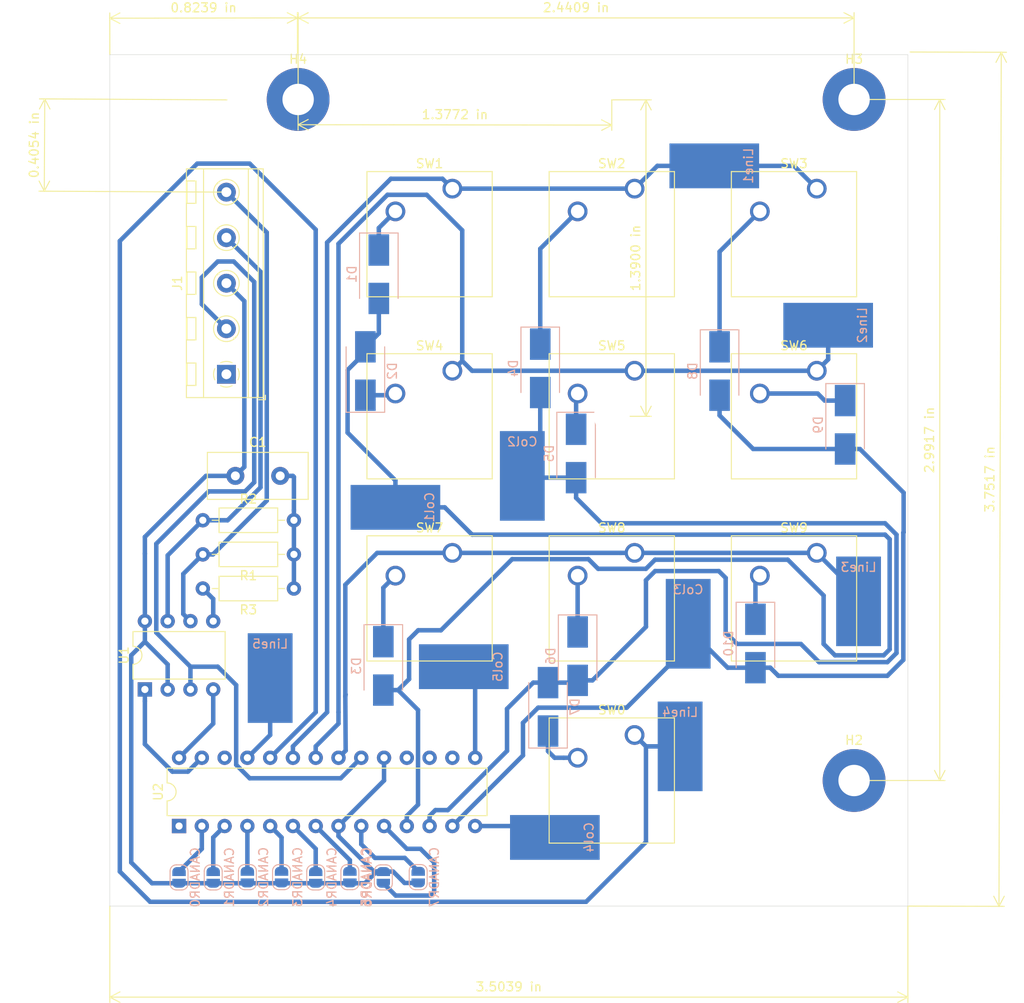
<source format=kicad_pcb>
(kicad_pcb (version 20171130) (host pcbnew "(5.1.5)-3")

  (general
    (thickness 1.6)
    (drawings 12)
    (tracks 256)
    (zones 0)
    (modules 48)
    (nets 43)
  )

  (page A4)
  (layers
    (0 F.Cu signal)
    (31 B.Cu signal)
    (32 B.Adhes user)
    (33 F.Adhes user)
    (34 B.Paste user)
    (35 F.Paste user)
    (36 B.SilkS user)
    (37 F.SilkS user)
    (38 B.Mask user)
    (39 F.Mask user)
    (40 Dwgs.User user)
    (41 Cmts.User user)
    (42 Eco1.User user)
    (43 Eco2.User user)
    (44 Edge.Cuts user)
    (45 Margin user)
    (46 B.CrtYd user)
    (47 F.CrtYd user)
    (48 B.Fab user)
    (49 F.Fab user)
  )

  (setup
    (last_trace_width 0.5)
    (trace_clearance 0.2)
    (zone_clearance 0.508)
    (zone_45_only no)
    (trace_min 0.2)
    (via_size 0.8)
    (via_drill 0.4)
    (via_min_size 0.4)
    (via_min_drill 0.3)
    (uvia_size 0.3)
    (uvia_drill 0.1)
    (uvias_allowed no)
    (uvia_min_size 0.2)
    (uvia_min_drill 0.1)
    (edge_width 0.05)
    (segment_width 0.2)
    (pcb_text_width 0.3)
    (pcb_text_size 1.5 1.5)
    (mod_edge_width 0.12)
    (mod_text_size 1 1)
    (mod_text_width 0.15)
    (pad_size 1.524 1.524)
    (pad_drill 0.762)
    (pad_to_mask_clearance 0.051)
    (solder_mask_min_width 0.25)
    (aux_axis_origin 0 0)
    (visible_elements 7FFFFFFF)
    (pcbplotparams
      (layerselection 0x01000_fffffffe)
      (usegerberextensions false)
      (usegerberattributes false)
      (usegerberadvancedattributes false)
      (creategerberjobfile false)
      (excludeedgelayer true)
      (linewidth 0.100000)
      (plotframeref false)
      (viasonmask false)
      (mode 1)
      (useauxorigin false)
      (hpglpennumber 1)
      (hpglpenspeed 20)
      (hpglpendiameter 15.000000)
      (psnegative false)
      (psa4output false)
      (plotreference true)
      (plotvalue true)
      (plotinvisibletext false)
      (padsonsilk false)
      (subtractmaskfromsilk false)
      (outputformat 1)
      (mirror false)
      (drillshape 0)
      (scaleselection 1)
      (outputdirectory ""))
  )

  (net 0 "")
  (net 1 "Net-(C1-Pad2)")
  (net 2 GND)
  (net 3 "Net-(CANADR0-Pad2)")
  (net 4 "Net-(CANADR1-Pad2)")
  (net 5 "Net-(CANADR2-Pad2)")
  (net 6 "Net-(CANADR3-Pad2)")
  (net 7 "Net-(CANADR4-Pad2)")
  (net 8 "Net-(CANADR5-Pad2)")
  (net 9 "Net-(CANADR6-Pad2)")
  (net 10 "Net-(CANADR7-Pad2)")
  (net 11 "Net-(Col1-Pad1)")
  (net 12 "Net-(Col2-Pad1)")
  (net 13 "Net-(Col3-Pad1)")
  (net 14 "Net-(Col4-Pad1)")
  (net 15 "Net-(Col5-Pad1)")
  (net 16 "Net-(J1-Pad5)")
  (net 17 "Net-(J1-Pad4)")
  (net 18 +5V)
  (net 19 "Net-(J1-Pad1)")
  (net 20 "Net-(Line1-Pad1)")
  (net 21 "Net-(Line2-Pad1)")
  (net 22 "Net-(Line3-Pad1)")
  (net 23 "Net-(Line4-Pad1)")
  (net 24 "Net-(Line5-Pad1)")
  (net 25 "Net-(R3-Pad2)")
  (net 26 "Net-(U1-Pad4)")
  (net 27 "Net-(U1-Pad1)")
  (net 28 "Net-(U2-Pad26)")
  (net 29 "Net-(U2-Pad17)")
  (net 30 "Net-(U2-Pad16)")
  (net 31 "Net-(U2-Pad1)")
  (net 32 "Net-(U2-Pad18)")
  (net 33 "Net-(D1-Pad1)")
  (net 34 "Net-(D2-Pad1)")
  (net 35 "Net-(D3-Pad1)")
  (net 36 "Net-(D4-Pad1)")
  (net 37 "Net-(D5-Pad1)")
  (net 38 "Net-(D6-Pad1)")
  (net 39 "Net-(D7-Pad1)")
  (net 40 "Net-(D8-Pad1)")
  (net 41 "Net-(D9-Pad1)")
  (net 42 "Net-(D10-Pad1)")

  (net_class Default "Dies ist die voreingestellte Netzklasse."
    (clearance 0.2)
    (trace_width 0.5)
    (via_dia 0.8)
    (via_drill 0.4)
    (uvia_dia 0.3)
    (uvia_drill 0.1)
    (add_net +5V)
    (add_net GND)
    (add_net "Net-(C1-Pad2)")
    (add_net "Net-(CANADR0-Pad2)")
    (add_net "Net-(CANADR1-Pad2)")
    (add_net "Net-(CANADR2-Pad2)")
    (add_net "Net-(CANADR3-Pad2)")
    (add_net "Net-(CANADR4-Pad2)")
    (add_net "Net-(CANADR5-Pad2)")
    (add_net "Net-(CANADR6-Pad2)")
    (add_net "Net-(CANADR7-Pad2)")
    (add_net "Net-(Col1-Pad1)")
    (add_net "Net-(Col2-Pad1)")
    (add_net "Net-(Col3-Pad1)")
    (add_net "Net-(Col4-Pad1)")
    (add_net "Net-(Col5-Pad1)")
    (add_net "Net-(D1-Pad1)")
    (add_net "Net-(D10-Pad1)")
    (add_net "Net-(D2-Pad1)")
    (add_net "Net-(D3-Pad1)")
    (add_net "Net-(D4-Pad1)")
    (add_net "Net-(D5-Pad1)")
    (add_net "Net-(D6-Pad1)")
    (add_net "Net-(D7-Pad1)")
    (add_net "Net-(D8-Pad1)")
    (add_net "Net-(D9-Pad1)")
    (add_net "Net-(J1-Pad1)")
    (add_net "Net-(J1-Pad4)")
    (add_net "Net-(J1-Pad5)")
    (add_net "Net-(Line1-Pad1)")
    (add_net "Net-(Line2-Pad1)")
    (add_net "Net-(Line3-Pad1)")
    (add_net "Net-(Line4-Pad1)")
    (add_net "Net-(Line5-Pad1)")
    (add_net "Net-(R3-Pad2)")
    (add_net "Net-(U1-Pad1)")
    (add_net "Net-(U1-Pad4)")
    (add_net "Net-(U2-Pad1)")
    (add_net "Net-(U2-Pad16)")
    (add_net "Net-(U2-Pad17)")
    (add_net "Net-(U2-Pad18)")
    (add_net "Net-(U2-Pad26)")
  )

  (module Diode_SMD:D_SMB_Handsoldering (layer B.Cu) (tedit 590B3D55) (tstamp 61C233EF)
    (at 237 95.2 270)
    (descr "Diode SMB (DO-214AA) Handsoldering")
    (tags "Diode SMB (DO-214AA) Handsoldering")
    (path /61C8F41F)
    (attr smd)
    (fp_text reference D10 (at 0 3 90) (layer B.SilkS)
      (effects (font (size 1 1) (thickness 0.15)) (justify mirror))
    )
    (fp_text value 1N5402 (at 0 -3 90) (layer B.Fab)
      (effects (font (size 1 1) (thickness 0.15)) (justify mirror))
    )
    (fp_line (start -4.6 2.15) (end 2.7 2.15) (layer B.SilkS) (width 0.12))
    (fp_line (start -4.6 -2.15) (end 2.7 -2.15) (layer B.SilkS) (width 0.12))
    (fp_line (start -0.64944 -0.00102) (end 0.50118 0.79908) (layer B.Fab) (width 0.1))
    (fp_line (start -0.64944 -0.00102) (end 0.50118 -0.75032) (layer B.Fab) (width 0.1))
    (fp_line (start 0.50118 -0.75032) (end 0.50118 0.79908) (layer B.Fab) (width 0.1))
    (fp_line (start -0.64944 0.79908) (end -0.64944 -0.80112) (layer B.Fab) (width 0.1))
    (fp_line (start 0.50118 -0.00102) (end 1.4994 -0.00102) (layer B.Fab) (width 0.1))
    (fp_line (start -0.64944 -0.00102) (end -1.55114 -0.00102) (layer B.Fab) (width 0.1))
    (fp_line (start -4.7 -2.25) (end -4.7 2.25) (layer B.CrtYd) (width 0.05))
    (fp_line (start 4.7 -2.25) (end -4.7 -2.25) (layer B.CrtYd) (width 0.05))
    (fp_line (start 4.7 2.25) (end 4.7 -2.25) (layer B.CrtYd) (width 0.05))
    (fp_line (start -4.7 2.25) (end 4.7 2.25) (layer B.CrtYd) (width 0.05))
    (fp_line (start 2.3 2) (end -2.3 2) (layer B.Fab) (width 0.1))
    (fp_line (start 2.3 2) (end 2.3 -2) (layer B.Fab) (width 0.1))
    (fp_line (start -2.3 -2) (end -2.3 2) (layer B.Fab) (width 0.1))
    (fp_line (start 2.3 -2) (end -2.3 -2) (layer B.Fab) (width 0.1))
    (fp_line (start -4.6 2.15) (end -4.6 -2.15) (layer B.SilkS) (width 0.12))
    (fp_text user %R (at 0 3 90) (layer B.Fab)
      (effects (font (size 1 1) (thickness 0.15)) (justify mirror))
    )
    (pad 2 smd rect (at 2.7 0 270) (size 3.5 2.3) (layers B.Cu B.Paste B.Mask)
      (net 13 "Net-(Col3-Pad1)"))
    (pad 1 smd rect (at -2.7 0 270) (size 3.5 2.3) (layers B.Cu B.Paste B.Mask)
      (net 42 "Net-(D10-Pad1)"))
    (model ${KISYS3DMOD}/Diode_SMD.3dshapes/D_SMB.wrl
      (at (xyz 0 0 0))
      (scale (xyz 1 1 1))
      (rotate (xyz 0 0 0))
    )
  )

  (module Diode_SMD:D_SMB_Handsoldering (layer B.Cu) (tedit 590B3D55) (tstamp 61C233D0)
    (at 247 70.8 270)
    (descr "Diode SMB (DO-214AA) Handsoldering")
    (tags "Diode SMB (DO-214AA) Handsoldering")
    (path /61C8C336)
    (attr smd)
    (fp_text reference D9 (at 0 3 90) (layer B.SilkS)
      (effects (font (size 1 1) (thickness 0.15)) (justify mirror))
    )
    (fp_text value 1N5402 (at 0 -3 90) (layer B.Fab)
      (effects (font (size 1 1) (thickness 0.15)) (justify mirror))
    )
    (fp_line (start -4.6 2.15) (end 2.7 2.15) (layer B.SilkS) (width 0.12))
    (fp_line (start -4.6 -2.15) (end 2.7 -2.15) (layer B.SilkS) (width 0.12))
    (fp_line (start -0.64944 -0.00102) (end 0.50118 0.79908) (layer B.Fab) (width 0.1))
    (fp_line (start -0.64944 -0.00102) (end 0.50118 -0.75032) (layer B.Fab) (width 0.1))
    (fp_line (start 0.50118 -0.75032) (end 0.50118 0.79908) (layer B.Fab) (width 0.1))
    (fp_line (start -0.64944 0.79908) (end -0.64944 -0.80112) (layer B.Fab) (width 0.1))
    (fp_line (start 0.50118 -0.00102) (end 1.4994 -0.00102) (layer B.Fab) (width 0.1))
    (fp_line (start -0.64944 -0.00102) (end -1.55114 -0.00102) (layer B.Fab) (width 0.1))
    (fp_line (start -4.7 -2.25) (end -4.7 2.25) (layer B.CrtYd) (width 0.05))
    (fp_line (start 4.7 -2.25) (end -4.7 -2.25) (layer B.CrtYd) (width 0.05))
    (fp_line (start 4.7 2.25) (end 4.7 -2.25) (layer B.CrtYd) (width 0.05))
    (fp_line (start -4.7 2.25) (end 4.7 2.25) (layer B.CrtYd) (width 0.05))
    (fp_line (start 2.3 2) (end -2.3 2) (layer B.Fab) (width 0.1))
    (fp_line (start 2.3 2) (end 2.3 -2) (layer B.Fab) (width 0.1))
    (fp_line (start -2.3 -2) (end -2.3 2) (layer B.Fab) (width 0.1))
    (fp_line (start 2.3 -2) (end -2.3 -2) (layer B.Fab) (width 0.1))
    (fp_line (start -4.6 2.15) (end -4.6 -2.15) (layer B.SilkS) (width 0.12))
    (fp_text user %R (at 0 3 90) (layer B.Fab)
      (effects (font (size 1 1) (thickness 0.15)) (justify mirror))
    )
    (pad 2 smd rect (at 2.7 0 270) (size 3.5 2.3) (layers B.Cu B.Paste B.Mask)
      (net 13 "Net-(Col3-Pad1)"))
    (pad 1 smd rect (at -2.7 0 270) (size 3.5 2.3) (layers B.Cu B.Paste B.Mask)
      (net 41 "Net-(D9-Pad1)"))
    (model ${KISYS3DMOD}/Diode_SMD.3dshapes/D_SMB.wrl
      (at (xyz 0 0 0))
      (scale (xyz 1 1 1))
      (rotate (xyz 0 0 0))
    )
  )

  (module Diode_SMD:D_SMB_Handsoldering (layer B.Cu) (tedit 590B3D55) (tstamp 61C233B1)
    (at 233 64.8 270)
    (descr "Diode SMB (DO-214AA) Handsoldering")
    (tags "Diode SMB (DO-214AA) Handsoldering")
    (path /61C8924B)
    (attr smd)
    (fp_text reference D8 (at 0 3 90) (layer B.SilkS)
      (effects (font (size 1 1) (thickness 0.15)) (justify mirror))
    )
    (fp_text value 1N5402 (at 0 -3 90) (layer B.Fab)
      (effects (font (size 1 1) (thickness 0.15)) (justify mirror))
    )
    (fp_line (start -4.6 2.15) (end 2.7 2.15) (layer B.SilkS) (width 0.12))
    (fp_line (start -4.6 -2.15) (end 2.7 -2.15) (layer B.SilkS) (width 0.12))
    (fp_line (start -0.64944 -0.00102) (end 0.50118 0.79908) (layer B.Fab) (width 0.1))
    (fp_line (start -0.64944 -0.00102) (end 0.50118 -0.75032) (layer B.Fab) (width 0.1))
    (fp_line (start 0.50118 -0.75032) (end 0.50118 0.79908) (layer B.Fab) (width 0.1))
    (fp_line (start -0.64944 0.79908) (end -0.64944 -0.80112) (layer B.Fab) (width 0.1))
    (fp_line (start 0.50118 -0.00102) (end 1.4994 -0.00102) (layer B.Fab) (width 0.1))
    (fp_line (start -0.64944 -0.00102) (end -1.55114 -0.00102) (layer B.Fab) (width 0.1))
    (fp_line (start -4.7 -2.25) (end -4.7 2.25) (layer B.CrtYd) (width 0.05))
    (fp_line (start 4.7 -2.25) (end -4.7 -2.25) (layer B.CrtYd) (width 0.05))
    (fp_line (start 4.7 2.25) (end 4.7 -2.25) (layer B.CrtYd) (width 0.05))
    (fp_line (start -4.7 2.25) (end 4.7 2.25) (layer B.CrtYd) (width 0.05))
    (fp_line (start 2.3 2) (end -2.3 2) (layer B.Fab) (width 0.1))
    (fp_line (start 2.3 2) (end 2.3 -2) (layer B.Fab) (width 0.1))
    (fp_line (start -2.3 -2) (end -2.3 2) (layer B.Fab) (width 0.1))
    (fp_line (start 2.3 -2) (end -2.3 -2) (layer B.Fab) (width 0.1))
    (fp_line (start -4.6 2.15) (end -4.6 -2.15) (layer B.SilkS) (width 0.12))
    (fp_text user %R (at 0 3 90) (layer B.Fab)
      (effects (font (size 1 1) (thickness 0.15)) (justify mirror))
    )
    (pad 2 smd rect (at 2.7 0 270) (size 3.5 2.3) (layers B.Cu B.Paste B.Mask)
      (net 13 "Net-(Col3-Pad1)"))
    (pad 1 smd rect (at -2.7 0 270) (size 3.5 2.3) (layers B.Cu B.Paste B.Mask)
      (net 40 "Net-(D8-Pad1)"))
    (model ${KISYS3DMOD}/Diode_SMD.3dshapes/D_SMB.wrl
      (at (xyz 0 0 0))
      (scale (xyz 1 1 1))
      (rotate (xyz 0 0 0))
    )
  )

  (module Diode_SMD:D_SMB_Handsoldering (layer B.Cu) (tedit 590B3D55) (tstamp 61C23392)
    (at 213.868 102.268 90)
    (descr "Diode SMB (DO-214AA) Handsoldering")
    (tags "Diode SMB (DO-214AA) Handsoldering")
    (path /61C5ACA9)
    (attr smd)
    (fp_text reference D7 (at 0 3 90) (layer B.SilkS)
      (effects (font (size 1 1) (thickness 0.15)) (justify mirror))
    )
    (fp_text value 1N5402 (at 0 -3 90) (layer B.Fab)
      (effects (font (size 1 1) (thickness 0.15)) (justify mirror))
    )
    (fp_line (start -4.6 2.15) (end 2.7 2.15) (layer B.SilkS) (width 0.12))
    (fp_line (start -4.6 -2.15) (end 2.7 -2.15) (layer B.SilkS) (width 0.12))
    (fp_line (start -0.64944 -0.00102) (end 0.50118 0.79908) (layer B.Fab) (width 0.1))
    (fp_line (start -0.64944 -0.00102) (end 0.50118 -0.75032) (layer B.Fab) (width 0.1))
    (fp_line (start 0.50118 -0.75032) (end 0.50118 0.79908) (layer B.Fab) (width 0.1))
    (fp_line (start -0.64944 0.79908) (end -0.64944 -0.80112) (layer B.Fab) (width 0.1))
    (fp_line (start 0.50118 -0.00102) (end 1.4994 -0.00102) (layer B.Fab) (width 0.1))
    (fp_line (start -0.64944 -0.00102) (end -1.55114 -0.00102) (layer B.Fab) (width 0.1))
    (fp_line (start -4.7 -2.25) (end -4.7 2.25) (layer B.CrtYd) (width 0.05))
    (fp_line (start 4.7 -2.25) (end -4.7 -2.25) (layer B.CrtYd) (width 0.05))
    (fp_line (start 4.7 2.25) (end 4.7 -2.25) (layer B.CrtYd) (width 0.05))
    (fp_line (start -4.7 2.25) (end 4.7 2.25) (layer B.CrtYd) (width 0.05))
    (fp_line (start 2.3 2) (end -2.3 2) (layer B.Fab) (width 0.1))
    (fp_line (start 2.3 2) (end 2.3 -2) (layer B.Fab) (width 0.1))
    (fp_line (start -2.3 -2) (end -2.3 2) (layer B.Fab) (width 0.1))
    (fp_line (start 2.3 -2) (end -2.3 -2) (layer B.Fab) (width 0.1))
    (fp_line (start -4.6 2.15) (end -4.6 -2.15) (layer B.SilkS) (width 0.12))
    (fp_text user %R (at 0 3 90) (layer B.Fab)
      (effects (font (size 1 1) (thickness 0.15)) (justify mirror))
    )
    (pad 2 smd rect (at 2.7 0 90) (size 3.5 2.3) (layers B.Cu B.Paste B.Mask)
      (net 12 "Net-(Col2-Pad1)"))
    (pad 1 smd rect (at -2.7 0 90) (size 3.5 2.3) (layers B.Cu B.Paste B.Mask)
      (net 39 "Net-(D7-Pad1)"))
    (model ${KISYS3DMOD}/Diode_SMD.3dshapes/D_SMB.wrl
      (at (xyz 0 0 0))
      (scale (xyz 1 1 1))
      (rotate (xyz 0 0 0))
    )
  )

  (module Diode_SMD:D_SMB_Handsoldering (layer B.Cu) (tedit 590B3D55) (tstamp 61C23373)
    (at 217.17 96.614 270)
    (descr "Diode SMB (DO-214AA) Handsoldering")
    (tags "Diode SMB (DO-214AA) Handsoldering")
    (path /61C5D910)
    (attr smd)
    (fp_text reference D6 (at 0 3 90) (layer B.SilkS)
      (effects (font (size 1 1) (thickness 0.15)) (justify mirror))
    )
    (fp_text value 1N5402 (at 0 -3 90) (layer B.Fab)
      (effects (font (size 1 1) (thickness 0.15)) (justify mirror))
    )
    (fp_line (start -4.6 2.15) (end 2.7 2.15) (layer B.SilkS) (width 0.12))
    (fp_line (start -4.6 -2.15) (end 2.7 -2.15) (layer B.SilkS) (width 0.12))
    (fp_line (start -0.64944 -0.00102) (end 0.50118 0.79908) (layer B.Fab) (width 0.1))
    (fp_line (start -0.64944 -0.00102) (end 0.50118 -0.75032) (layer B.Fab) (width 0.1))
    (fp_line (start 0.50118 -0.75032) (end 0.50118 0.79908) (layer B.Fab) (width 0.1))
    (fp_line (start -0.64944 0.79908) (end -0.64944 -0.80112) (layer B.Fab) (width 0.1))
    (fp_line (start 0.50118 -0.00102) (end 1.4994 -0.00102) (layer B.Fab) (width 0.1))
    (fp_line (start -0.64944 -0.00102) (end -1.55114 -0.00102) (layer B.Fab) (width 0.1))
    (fp_line (start -4.7 -2.25) (end -4.7 2.25) (layer B.CrtYd) (width 0.05))
    (fp_line (start 4.7 -2.25) (end -4.7 -2.25) (layer B.CrtYd) (width 0.05))
    (fp_line (start 4.7 2.25) (end 4.7 -2.25) (layer B.CrtYd) (width 0.05))
    (fp_line (start -4.7 2.25) (end 4.7 2.25) (layer B.CrtYd) (width 0.05))
    (fp_line (start 2.3 2) (end -2.3 2) (layer B.Fab) (width 0.1))
    (fp_line (start 2.3 2) (end 2.3 -2) (layer B.Fab) (width 0.1))
    (fp_line (start -2.3 -2) (end -2.3 2) (layer B.Fab) (width 0.1))
    (fp_line (start 2.3 -2) (end -2.3 -2) (layer B.Fab) (width 0.1))
    (fp_line (start -4.6 2.15) (end -4.6 -2.15) (layer B.SilkS) (width 0.12))
    (fp_text user %R (at 0 3 90) (layer B.Fab)
      (effects (font (size 1 1) (thickness 0.15)) (justify mirror))
    )
    (pad 2 smd rect (at 2.7 0 270) (size 3.5 2.3) (layers B.Cu B.Paste B.Mask)
      (net 12 "Net-(Col2-Pad1)"))
    (pad 1 smd rect (at -2.7 0 270) (size 3.5 2.3) (layers B.Cu B.Paste B.Mask)
      (net 38 "Net-(D6-Pad1)"))
    (model ${KISYS3DMOD}/Diode_SMD.3dshapes/D_SMB.wrl
      (at (xyz 0 0 0))
      (scale (xyz 1 1 1))
      (rotate (xyz 0 0 0))
    )
  )

  (module Diode_SMD:D_SMB_Handsoldering (layer B.Cu) (tedit 590B3D55) (tstamp 61C23354)
    (at 217 74 270)
    (descr "Diode SMB (DO-214AA) Handsoldering")
    (tags "Diode SMB (DO-214AA) Handsoldering")
    (path /61C607CD)
    (attr smd)
    (fp_text reference D5 (at 0 3 90) (layer B.SilkS)
      (effects (font (size 1 1) (thickness 0.15)) (justify mirror))
    )
    (fp_text value 1N5402 (at 0 -3 90) (layer B.Fab)
      (effects (font (size 1 1) (thickness 0.15)) (justify mirror))
    )
    (fp_line (start -4.6 2.15) (end 2.7 2.15) (layer B.SilkS) (width 0.12))
    (fp_line (start -4.6 -2.15) (end 2.7 -2.15) (layer B.SilkS) (width 0.12))
    (fp_line (start -0.64944 -0.00102) (end 0.50118 0.79908) (layer B.Fab) (width 0.1))
    (fp_line (start -0.64944 -0.00102) (end 0.50118 -0.75032) (layer B.Fab) (width 0.1))
    (fp_line (start 0.50118 -0.75032) (end 0.50118 0.79908) (layer B.Fab) (width 0.1))
    (fp_line (start -0.64944 0.79908) (end -0.64944 -0.80112) (layer B.Fab) (width 0.1))
    (fp_line (start 0.50118 -0.00102) (end 1.4994 -0.00102) (layer B.Fab) (width 0.1))
    (fp_line (start -0.64944 -0.00102) (end -1.55114 -0.00102) (layer B.Fab) (width 0.1))
    (fp_line (start -4.7 -2.25) (end -4.7 2.25) (layer B.CrtYd) (width 0.05))
    (fp_line (start 4.7 -2.25) (end -4.7 -2.25) (layer B.CrtYd) (width 0.05))
    (fp_line (start 4.7 2.25) (end 4.7 -2.25) (layer B.CrtYd) (width 0.05))
    (fp_line (start -4.7 2.25) (end 4.7 2.25) (layer B.CrtYd) (width 0.05))
    (fp_line (start 2.3 2) (end -2.3 2) (layer B.Fab) (width 0.1))
    (fp_line (start 2.3 2) (end 2.3 -2) (layer B.Fab) (width 0.1))
    (fp_line (start -2.3 -2) (end -2.3 2) (layer B.Fab) (width 0.1))
    (fp_line (start 2.3 -2) (end -2.3 -2) (layer B.Fab) (width 0.1))
    (fp_line (start -4.6 2.15) (end -4.6 -2.15) (layer B.SilkS) (width 0.12))
    (fp_text user %R (at 0 3 90) (layer B.Fab)
      (effects (font (size 1 1) (thickness 0.15)) (justify mirror))
    )
    (pad 2 smd rect (at 2.7 0 270) (size 3.5 2.3) (layers B.Cu B.Paste B.Mask)
      (net 12 "Net-(Col2-Pad1)"))
    (pad 1 smd rect (at -2.7 0 270) (size 3.5 2.3) (layers B.Cu B.Paste B.Mask)
      (net 37 "Net-(D5-Pad1)"))
    (model ${KISYS3DMOD}/Diode_SMD.3dshapes/D_SMB.wrl
      (at (xyz 0 0 0))
      (scale (xyz 1 1 1))
      (rotate (xyz 0 0 0))
    )
  )

  (module Diode_SMD:D_SMB_Handsoldering (layer B.Cu) (tedit 590B3D55) (tstamp 61C23335)
    (at 213 64.5 270)
    (descr "Diode SMB (DO-214AA) Handsoldering")
    (tags "Diode SMB (DO-214AA) Handsoldering")
    (path /61C6355D)
    (attr smd)
    (fp_text reference D4 (at 0 3 90) (layer B.SilkS)
      (effects (font (size 1 1) (thickness 0.15)) (justify mirror))
    )
    (fp_text value 1N5402 (at 0 -3 90) (layer B.Fab)
      (effects (font (size 1 1) (thickness 0.15)) (justify mirror))
    )
    (fp_line (start -4.6 2.15) (end 2.7 2.15) (layer B.SilkS) (width 0.12))
    (fp_line (start -4.6 -2.15) (end 2.7 -2.15) (layer B.SilkS) (width 0.12))
    (fp_line (start -0.64944 -0.00102) (end 0.50118 0.79908) (layer B.Fab) (width 0.1))
    (fp_line (start -0.64944 -0.00102) (end 0.50118 -0.75032) (layer B.Fab) (width 0.1))
    (fp_line (start 0.50118 -0.75032) (end 0.50118 0.79908) (layer B.Fab) (width 0.1))
    (fp_line (start -0.64944 0.79908) (end -0.64944 -0.80112) (layer B.Fab) (width 0.1))
    (fp_line (start 0.50118 -0.00102) (end 1.4994 -0.00102) (layer B.Fab) (width 0.1))
    (fp_line (start -0.64944 -0.00102) (end -1.55114 -0.00102) (layer B.Fab) (width 0.1))
    (fp_line (start -4.7 -2.25) (end -4.7 2.25) (layer B.CrtYd) (width 0.05))
    (fp_line (start 4.7 -2.25) (end -4.7 -2.25) (layer B.CrtYd) (width 0.05))
    (fp_line (start 4.7 2.25) (end 4.7 -2.25) (layer B.CrtYd) (width 0.05))
    (fp_line (start -4.7 2.25) (end 4.7 2.25) (layer B.CrtYd) (width 0.05))
    (fp_line (start 2.3 2) (end -2.3 2) (layer B.Fab) (width 0.1))
    (fp_line (start 2.3 2) (end 2.3 -2) (layer B.Fab) (width 0.1))
    (fp_line (start -2.3 -2) (end -2.3 2) (layer B.Fab) (width 0.1))
    (fp_line (start 2.3 -2) (end -2.3 -2) (layer B.Fab) (width 0.1))
    (fp_line (start -4.6 2.15) (end -4.6 -2.15) (layer B.SilkS) (width 0.12))
    (fp_text user %R (at 0 3 90) (layer B.Fab)
      (effects (font (size 1 1) (thickness 0.15)) (justify mirror))
    )
    (pad 2 smd rect (at 2.7 0 270) (size 3.5 2.3) (layers B.Cu B.Paste B.Mask)
      (net 12 "Net-(Col2-Pad1)"))
    (pad 1 smd rect (at -2.7 0 270) (size 3.5 2.3) (layers B.Cu B.Paste B.Mask)
      (net 36 "Net-(D4-Pad1)"))
    (model ${KISYS3DMOD}/Diode_SMD.3dshapes/D_SMB.wrl
      (at (xyz 0 0 0))
      (scale (xyz 1 1 1))
      (rotate (xyz 0 0 0))
    )
  )

  (module Diode_SMD:D_SMB_Handsoldering (layer B.Cu) (tedit 590B3D55) (tstamp 61C23316)
    (at 195.5 97.7 270)
    (descr "Diode SMB (DO-214AA) Handsoldering")
    (tags "Diode SMB (DO-214AA) Handsoldering")
    (path /61C260ED)
    (attr smd)
    (fp_text reference D3 (at 0 3 90) (layer B.SilkS)
      (effects (font (size 1 1) (thickness 0.15)) (justify mirror))
    )
    (fp_text value 1N5402 (at 0 -3 90) (layer B.Fab)
      (effects (font (size 1 1) (thickness 0.15)) (justify mirror))
    )
    (fp_line (start -4.6 2.15) (end 2.7 2.15) (layer B.SilkS) (width 0.12))
    (fp_line (start -4.6 -2.15) (end 2.7 -2.15) (layer B.SilkS) (width 0.12))
    (fp_line (start -0.64944 -0.00102) (end 0.50118 0.79908) (layer B.Fab) (width 0.1))
    (fp_line (start -0.64944 -0.00102) (end 0.50118 -0.75032) (layer B.Fab) (width 0.1))
    (fp_line (start 0.50118 -0.75032) (end 0.50118 0.79908) (layer B.Fab) (width 0.1))
    (fp_line (start -0.64944 0.79908) (end -0.64944 -0.80112) (layer B.Fab) (width 0.1))
    (fp_line (start 0.50118 -0.00102) (end 1.4994 -0.00102) (layer B.Fab) (width 0.1))
    (fp_line (start -0.64944 -0.00102) (end -1.55114 -0.00102) (layer B.Fab) (width 0.1))
    (fp_line (start -4.7 -2.25) (end -4.7 2.25) (layer B.CrtYd) (width 0.05))
    (fp_line (start 4.7 -2.25) (end -4.7 -2.25) (layer B.CrtYd) (width 0.05))
    (fp_line (start 4.7 2.25) (end 4.7 -2.25) (layer B.CrtYd) (width 0.05))
    (fp_line (start -4.7 2.25) (end 4.7 2.25) (layer B.CrtYd) (width 0.05))
    (fp_line (start 2.3 2) (end -2.3 2) (layer B.Fab) (width 0.1))
    (fp_line (start 2.3 2) (end 2.3 -2) (layer B.Fab) (width 0.1))
    (fp_line (start -2.3 -2) (end -2.3 2) (layer B.Fab) (width 0.1))
    (fp_line (start 2.3 -2) (end -2.3 -2) (layer B.Fab) (width 0.1))
    (fp_line (start -4.6 2.15) (end -4.6 -2.15) (layer B.SilkS) (width 0.12))
    (fp_text user %R (at 0 3 90) (layer B.Fab)
      (effects (font (size 1 1) (thickness 0.15)) (justify mirror))
    )
    (pad 2 smd rect (at 2.7 0 270) (size 3.5 2.3) (layers B.Cu B.Paste B.Mask)
      (net 11 "Net-(Col1-Pad1)"))
    (pad 1 smd rect (at -2.7 0 270) (size 3.5 2.3) (layers B.Cu B.Paste B.Mask)
      (net 35 "Net-(D3-Pad1)"))
    (model ${KISYS3DMOD}/Diode_SMD.3dshapes/D_SMB.wrl
      (at (xyz 0 0 0))
      (scale (xyz 1 1 1))
      (rotate (xyz 0 0 0))
    )
  )

  (module Diode_SMD:D_SMB_Handsoldering (layer B.Cu) (tedit 590B3D55) (tstamp 61C232F7)
    (at 193.5 64.8 90)
    (descr "Diode SMB (DO-214AA) Handsoldering")
    (tags "Diode SMB (DO-214AA) Handsoldering")
    (path /61C4DF49)
    (attr smd)
    (fp_text reference D2 (at 0 3 90) (layer B.SilkS)
      (effects (font (size 1 1) (thickness 0.15)) (justify mirror))
    )
    (fp_text value 1N5402 (at 0 -3 90) (layer B.Fab)
      (effects (font (size 1 1) (thickness 0.15)) (justify mirror))
    )
    (fp_line (start -4.6 2.15) (end 2.7 2.15) (layer B.SilkS) (width 0.12))
    (fp_line (start -4.6 -2.15) (end 2.7 -2.15) (layer B.SilkS) (width 0.12))
    (fp_line (start -0.64944 -0.00102) (end 0.50118 0.79908) (layer B.Fab) (width 0.1))
    (fp_line (start -0.64944 -0.00102) (end 0.50118 -0.75032) (layer B.Fab) (width 0.1))
    (fp_line (start 0.50118 -0.75032) (end 0.50118 0.79908) (layer B.Fab) (width 0.1))
    (fp_line (start -0.64944 0.79908) (end -0.64944 -0.80112) (layer B.Fab) (width 0.1))
    (fp_line (start 0.50118 -0.00102) (end 1.4994 -0.00102) (layer B.Fab) (width 0.1))
    (fp_line (start -0.64944 -0.00102) (end -1.55114 -0.00102) (layer B.Fab) (width 0.1))
    (fp_line (start -4.7 -2.25) (end -4.7 2.25) (layer B.CrtYd) (width 0.05))
    (fp_line (start 4.7 -2.25) (end -4.7 -2.25) (layer B.CrtYd) (width 0.05))
    (fp_line (start 4.7 2.25) (end 4.7 -2.25) (layer B.CrtYd) (width 0.05))
    (fp_line (start -4.7 2.25) (end 4.7 2.25) (layer B.CrtYd) (width 0.05))
    (fp_line (start 2.3 2) (end -2.3 2) (layer B.Fab) (width 0.1))
    (fp_line (start 2.3 2) (end 2.3 -2) (layer B.Fab) (width 0.1))
    (fp_line (start -2.3 -2) (end -2.3 2) (layer B.Fab) (width 0.1))
    (fp_line (start 2.3 -2) (end -2.3 -2) (layer B.Fab) (width 0.1))
    (fp_line (start -4.6 2.15) (end -4.6 -2.15) (layer B.SilkS) (width 0.12))
    (fp_text user %R (at 0 3 90) (layer B.Fab)
      (effects (font (size 1 1) (thickness 0.15)) (justify mirror))
    )
    (pad 2 smd rect (at 2.7 0 90) (size 3.5 2.3) (layers B.Cu B.Paste B.Mask)
      (net 11 "Net-(Col1-Pad1)"))
    (pad 1 smd rect (at -2.7 0 90) (size 3.5 2.3) (layers B.Cu B.Paste B.Mask)
      (net 34 "Net-(D2-Pad1)"))
    (model ${KISYS3DMOD}/Diode_SMD.3dshapes/D_SMB.wrl
      (at (xyz 0 0 0))
      (scale (xyz 1 1 1))
      (rotate (xyz 0 0 0))
    )
  )

  (module Diode_SMD:D_SMB_Handsoldering (layer B.Cu) (tedit 590B3D55) (tstamp 61C232D8)
    (at 195 54 270)
    (descr "Diode SMB (DO-214AA) Handsoldering")
    (tags "Diode SMB (DO-214AA) Handsoldering")
    (path /61C50A2C)
    (attr smd)
    (fp_text reference D1 (at 0 3 90) (layer B.SilkS)
      (effects (font (size 1 1) (thickness 0.15)) (justify mirror))
    )
    (fp_text value 1N5402 (at 0 -3 90) (layer B.Fab)
      (effects (font (size 1 1) (thickness 0.15)) (justify mirror))
    )
    (fp_line (start -4.6 2.15) (end 2.7 2.15) (layer B.SilkS) (width 0.12))
    (fp_line (start -4.6 -2.15) (end 2.7 -2.15) (layer B.SilkS) (width 0.12))
    (fp_line (start -0.64944 -0.00102) (end 0.50118 0.79908) (layer B.Fab) (width 0.1))
    (fp_line (start -0.64944 -0.00102) (end 0.50118 -0.75032) (layer B.Fab) (width 0.1))
    (fp_line (start 0.50118 -0.75032) (end 0.50118 0.79908) (layer B.Fab) (width 0.1))
    (fp_line (start -0.64944 0.79908) (end -0.64944 -0.80112) (layer B.Fab) (width 0.1))
    (fp_line (start 0.50118 -0.00102) (end 1.4994 -0.00102) (layer B.Fab) (width 0.1))
    (fp_line (start -0.64944 -0.00102) (end -1.55114 -0.00102) (layer B.Fab) (width 0.1))
    (fp_line (start -4.7 -2.25) (end -4.7 2.25) (layer B.CrtYd) (width 0.05))
    (fp_line (start 4.7 -2.25) (end -4.7 -2.25) (layer B.CrtYd) (width 0.05))
    (fp_line (start 4.7 2.25) (end 4.7 -2.25) (layer B.CrtYd) (width 0.05))
    (fp_line (start -4.7 2.25) (end 4.7 2.25) (layer B.CrtYd) (width 0.05))
    (fp_line (start 2.3 2) (end -2.3 2) (layer B.Fab) (width 0.1))
    (fp_line (start 2.3 2) (end 2.3 -2) (layer B.Fab) (width 0.1))
    (fp_line (start -2.3 -2) (end -2.3 2) (layer B.Fab) (width 0.1))
    (fp_line (start 2.3 -2) (end -2.3 -2) (layer B.Fab) (width 0.1))
    (fp_line (start -4.6 2.15) (end -4.6 -2.15) (layer B.SilkS) (width 0.12))
    (fp_text user %R (at 0 3 90) (layer B.Fab)
      (effects (font (size 1 1) (thickness 0.15)) (justify mirror))
    )
    (pad 2 smd rect (at 2.7 0 270) (size 3.5 2.3) (layers B.Cu B.Paste B.Mask)
      (net 11 "Net-(Col1-Pad1)"))
    (pad 1 smd rect (at -2.7 0 270) (size 3.5 2.3) (layers B.Cu B.Paste B.Mask)
      (net 33 "Net-(D1-Pad1)"))
    (model ${KISYS3DMOD}/Diode_SMD.3dshapes/D_SMB.wrl
      (at (xyz 0 0 0))
      (scale (xyz 1 1 1))
      (rotate (xyz 0 0 0))
    )
  )

  (module Jumper:SolderJumper-2_P1.3mm_Open_RoundedPad1.0x1.5mm (layer B.Cu) (tedit 5B391E66) (tstamp 61A703FE)
    (at 199.39 121.27 90)
    (descr "SMD Solder Jumper, 1x1.5mm, rounded Pads, 0.3mm gap, open")
    (tags "solder jumper open")
    (path /61A74EC6)
    (attr virtual)
    (fp_text reference CANADR7 (at 0 1.8 90) (layer B.SilkS)
      (effects (font (size 1 1) (thickness 0.15)) (justify mirror))
    )
    (fp_text value SolderJumper_2_Open (at 0 -1.9 90) (layer B.Fab)
      (effects (font (size 1 1) (thickness 0.15)) (justify mirror))
    )
    (fp_line (start 1.65 -1.25) (end -1.65 -1.25) (layer B.CrtYd) (width 0.05))
    (fp_line (start 1.65 -1.25) (end 1.65 1.25) (layer B.CrtYd) (width 0.05))
    (fp_line (start -1.65 1.25) (end -1.65 -1.25) (layer B.CrtYd) (width 0.05))
    (fp_line (start -1.65 1.25) (end 1.65 1.25) (layer B.CrtYd) (width 0.05))
    (fp_line (start -0.7 1) (end 0.7 1) (layer B.SilkS) (width 0.12))
    (fp_line (start 1.4 0.3) (end 1.4 -0.3) (layer B.SilkS) (width 0.12))
    (fp_line (start 0.7 -1) (end -0.7 -1) (layer B.SilkS) (width 0.12))
    (fp_line (start -1.4 -0.3) (end -1.4 0.3) (layer B.SilkS) (width 0.12))
    (fp_arc (start -0.7 0.3) (end -0.7 1) (angle 90) (layer B.SilkS) (width 0.12))
    (fp_arc (start -0.7 -0.3) (end -1.4 -0.3) (angle 90) (layer B.SilkS) (width 0.12))
    (fp_arc (start 0.7 -0.3) (end 0.7 -1) (angle 90) (layer B.SilkS) (width 0.12))
    (fp_arc (start 0.7 0.3) (end 1.4 0.3) (angle 90) (layer B.SilkS) (width 0.12))
    (pad 2 smd custom (at 0.65 0 90) (size 1 0.5) (layers B.Cu B.Mask)
      (net 10 "Net-(CANADR7-Pad2)") (zone_connect 2)
      (options (clearance outline) (anchor rect))
      (primitives
        (gr_circle (center 0 -0.25) (end 0.5 -0.25) (width 0))
        (gr_circle (center 0 0.25) (end 0.5 0.25) (width 0))
        (gr_poly (pts
           (xy 0 0.75) (xy -0.5 0.75) (xy -0.5 -0.75) (xy 0 -0.75)) (width 0))
      ))
    (pad 1 smd custom (at -0.65 0 90) (size 1 0.5) (layers B.Cu B.Mask)
      (net 2 GND) (zone_connect 2)
      (options (clearance outline) (anchor rect))
      (primitives
        (gr_circle (center 0 -0.25) (end 0.5 -0.25) (width 0))
        (gr_circle (center 0 0.25) (end 0.5 0.25) (width 0))
        (gr_poly (pts
           (xy 0 0.75) (xy 0.5 0.75) (xy 0.5 -0.75) (xy 0 -0.75)) (width 0))
      ))
  )

  (module Jumper:SolderJumper-2_P1.3mm_Open_RoundedPad1.0x1.5mm (layer B.Cu) (tedit 5B391E66) (tstamp 61A703E8)
    (at 195.5 121.3 270)
    (descr "SMD Solder Jumper, 1x1.5mm, rounded Pads, 0.3mm gap, open")
    (tags "solder jumper open")
    (path /61A762A0)
    (attr virtual)
    (fp_text reference CANADR6 (at 0 1.8 90) (layer B.SilkS)
      (effects (font (size 1 1) (thickness 0.15)) (justify mirror))
    )
    (fp_text value SolderJumper_2_Open (at 0 -1.9 90) (layer B.Fab)
      (effects (font (size 1 1) (thickness 0.15)) (justify mirror))
    )
    (fp_line (start 1.65 -1.25) (end -1.65 -1.25) (layer B.CrtYd) (width 0.05))
    (fp_line (start 1.65 -1.25) (end 1.65 1.25) (layer B.CrtYd) (width 0.05))
    (fp_line (start -1.65 1.25) (end -1.65 -1.25) (layer B.CrtYd) (width 0.05))
    (fp_line (start -1.65 1.25) (end 1.65 1.25) (layer B.CrtYd) (width 0.05))
    (fp_line (start -0.7 1) (end 0.7 1) (layer B.SilkS) (width 0.12))
    (fp_line (start 1.4 0.3) (end 1.4 -0.3) (layer B.SilkS) (width 0.12))
    (fp_line (start 0.7 -1) (end -0.7 -1) (layer B.SilkS) (width 0.12))
    (fp_line (start -1.4 -0.3) (end -1.4 0.3) (layer B.SilkS) (width 0.12))
    (fp_arc (start -0.7 0.3) (end -0.7 1) (angle 90) (layer B.SilkS) (width 0.12))
    (fp_arc (start -0.7 -0.3) (end -1.4 -0.3) (angle 90) (layer B.SilkS) (width 0.12))
    (fp_arc (start 0.7 -0.3) (end 0.7 -1) (angle 90) (layer B.SilkS) (width 0.12))
    (fp_arc (start 0.7 0.3) (end 1.4 0.3) (angle 90) (layer B.SilkS) (width 0.12))
    (pad 2 smd custom (at 0.65 0 270) (size 1 0.5) (layers B.Cu B.Mask)
      (net 9 "Net-(CANADR6-Pad2)") (zone_connect 2)
      (options (clearance outline) (anchor rect))
      (primitives
        (gr_circle (center 0 -0.25) (end 0.5 -0.25) (width 0))
        (gr_circle (center 0 0.25) (end 0.5 0.25) (width 0))
        (gr_poly (pts
           (xy 0 0.75) (xy -0.5 0.75) (xy -0.5 -0.75) (xy 0 -0.75)) (width 0))
      ))
    (pad 1 smd custom (at -0.65 0 270) (size 1 0.5) (layers B.Cu B.Mask)
      (net 2 GND) (zone_connect 2)
      (options (clearance outline) (anchor rect))
      (primitives
        (gr_circle (center 0 -0.25) (end 0.5 -0.25) (width 0))
        (gr_circle (center 0 0.25) (end 0.5 0.25) (width 0))
        (gr_poly (pts
           (xy 0 0.75) (xy 0.5 0.75) (xy 0.5 -0.75) (xy 0 -0.75)) (width 0))
      ))
  )

  (module Jumper:SolderJumper-2_P1.3mm_Open_RoundedPad1.0x1.5mm (layer B.Cu) (tedit 5B391E66) (tstamp 61A703D2)
    (at 191.77 121.27 90)
    (descr "SMD Solder Jumper, 1x1.5mm, rounded Pads, 0.3mm gap, open")
    (tags "solder jumper open")
    (path /61A7656A)
    (attr virtual)
    (fp_text reference CANADR5 (at 0 1.8 90) (layer B.SilkS)
      (effects (font (size 1 1) (thickness 0.15)) (justify mirror))
    )
    (fp_text value SolderJumper_2_Open (at 0 -1.9 90) (layer B.Fab)
      (effects (font (size 1 1) (thickness 0.15)) (justify mirror))
    )
    (fp_line (start 1.65 -1.25) (end -1.65 -1.25) (layer B.CrtYd) (width 0.05))
    (fp_line (start 1.65 -1.25) (end 1.65 1.25) (layer B.CrtYd) (width 0.05))
    (fp_line (start -1.65 1.25) (end -1.65 -1.25) (layer B.CrtYd) (width 0.05))
    (fp_line (start -1.65 1.25) (end 1.65 1.25) (layer B.CrtYd) (width 0.05))
    (fp_line (start -0.7 1) (end 0.7 1) (layer B.SilkS) (width 0.12))
    (fp_line (start 1.4 0.3) (end 1.4 -0.3) (layer B.SilkS) (width 0.12))
    (fp_line (start 0.7 -1) (end -0.7 -1) (layer B.SilkS) (width 0.12))
    (fp_line (start -1.4 -0.3) (end -1.4 0.3) (layer B.SilkS) (width 0.12))
    (fp_arc (start -0.7 0.3) (end -0.7 1) (angle 90) (layer B.SilkS) (width 0.12))
    (fp_arc (start -0.7 -0.3) (end -1.4 -0.3) (angle 90) (layer B.SilkS) (width 0.12))
    (fp_arc (start 0.7 -0.3) (end 0.7 -1) (angle 90) (layer B.SilkS) (width 0.12))
    (fp_arc (start 0.7 0.3) (end 1.4 0.3) (angle 90) (layer B.SilkS) (width 0.12))
    (pad 2 smd custom (at 0.65 0 90) (size 1 0.5) (layers B.Cu B.Mask)
      (net 8 "Net-(CANADR5-Pad2)") (zone_connect 2)
      (options (clearance outline) (anchor rect))
      (primitives
        (gr_circle (center 0 -0.25) (end 0.5 -0.25) (width 0))
        (gr_circle (center 0 0.25) (end 0.5 0.25) (width 0))
        (gr_poly (pts
           (xy 0 0.75) (xy -0.5 0.75) (xy -0.5 -0.75) (xy 0 -0.75)) (width 0))
      ))
    (pad 1 smd custom (at -0.65 0 90) (size 1 0.5) (layers B.Cu B.Mask)
      (net 2 GND) (zone_connect 2)
      (options (clearance outline) (anchor rect))
      (primitives
        (gr_circle (center 0 -0.25) (end 0.5 -0.25) (width 0))
        (gr_circle (center 0 0.25) (end 0.5 0.25) (width 0))
        (gr_poly (pts
           (xy 0 0.75) (xy 0.5 0.75) (xy 0.5 -0.75) (xy 0 -0.75)) (width 0))
      ))
  )

  (module Jumper:SolderJumper-2_P1.3mm_Open_RoundedPad1.0x1.5mm (layer B.Cu) (tedit 5B391E66) (tstamp 61A703BC)
    (at 187.96 121.3 90)
    (descr "SMD Solder Jumper, 1x1.5mm, rounded Pads, 0.3mm gap, open")
    (tags "solder jumper open")
    (path /61A76710)
    (attr virtual)
    (fp_text reference CANADR4 (at 0 1.8 90) (layer B.SilkS)
      (effects (font (size 1 1) (thickness 0.15)) (justify mirror))
    )
    (fp_text value SolderJumper_2_Open (at 0 -1.9 90) (layer B.Fab)
      (effects (font (size 1 1) (thickness 0.15)) (justify mirror))
    )
    (fp_line (start 1.65 -1.25) (end -1.65 -1.25) (layer B.CrtYd) (width 0.05))
    (fp_line (start 1.65 -1.25) (end 1.65 1.25) (layer B.CrtYd) (width 0.05))
    (fp_line (start -1.65 1.25) (end -1.65 -1.25) (layer B.CrtYd) (width 0.05))
    (fp_line (start -1.65 1.25) (end 1.65 1.25) (layer B.CrtYd) (width 0.05))
    (fp_line (start -0.7 1) (end 0.7 1) (layer B.SilkS) (width 0.12))
    (fp_line (start 1.4 0.3) (end 1.4 -0.3) (layer B.SilkS) (width 0.12))
    (fp_line (start 0.7 -1) (end -0.7 -1) (layer B.SilkS) (width 0.12))
    (fp_line (start -1.4 -0.3) (end -1.4 0.3) (layer B.SilkS) (width 0.12))
    (fp_arc (start -0.7 0.3) (end -0.7 1) (angle 90) (layer B.SilkS) (width 0.12))
    (fp_arc (start -0.7 -0.3) (end -1.4 -0.3) (angle 90) (layer B.SilkS) (width 0.12))
    (fp_arc (start 0.7 -0.3) (end 0.7 -1) (angle 90) (layer B.SilkS) (width 0.12))
    (fp_arc (start 0.7 0.3) (end 1.4 0.3) (angle 90) (layer B.SilkS) (width 0.12))
    (pad 2 smd custom (at 0.65 0 90) (size 1 0.5) (layers B.Cu B.Mask)
      (net 7 "Net-(CANADR4-Pad2)") (zone_connect 2)
      (options (clearance outline) (anchor rect))
      (primitives
        (gr_circle (center 0 -0.25) (end 0.5 -0.25) (width 0))
        (gr_circle (center 0 0.25) (end 0.5 0.25) (width 0))
        (gr_poly (pts
           (xy 0 0.75) (xy -0.5 0.75) (xy -0.5 -0.75) (xy 0 -0.75)) (width 0))
      ))
    (pad 1 smd custom (at -0.65 0 90) (size 1 0.5) (layers B.Cu B.Mask)
      (net 2 GND) (zone_connect 2)
      (options (clearance outline) (anchor rect))
      (primitives
        (gr_circle (center 0 -0.25) (end 0.5 -0.25) (width 0))
        (gr_circle (center 0 0.25) (end 0.5 0.25) (width 0))
        (gr_poly (pts
           (xy 0 0.75) (xy 0.5 0.75) (xy 0.5 -0.75) (xy 0 -0.75)) (width 0))
      ))
  )

  (module Jumper:SolderJumper-2_P1.3mm_Open_RoundedPad1.0x1.5mm (layer B.Cu) (tedit 5B391E66) (tstamp 61A703A6)
    (at 184.15 121.27 90)
    (descr "SMD Solder Jumper, 1x1.5mm, rounded Pads, 0.3mm gap, open")
    (tags "solder jumper open")
    (path /61A7684A)
    (attr virtual)
    (fp_text reference CANADR3 (at 0 1.8 90) (layer B.SilkS)
      (effects (font (size 1 1) (thickness 0.15)) (justify mirror))
    )
    (fp_text value SolderJumper_2_Open (at 0 -1.9 90) (layer B.Fab)
      (effects (font (size 1 1) (thickness 0.15)) (justify mirror))
    )
    (fp_line (start 1.65 -1.25) (end -1.65 -1.25) (layer B.CrtYd) (width 0.05))
    (fp_line (start 1.65 -1.25) (end 1.65 1.25) (layer B.CrtYd) (width 0.05))
    (fp_line (start -1.65 1.25) (end -1.65 -1.25) (layer B.CrtYd) (width 0.05))
    (fp_line (start -1.65 1.25) (end 1.65 1.25) (layer B.CrtYd) (width 0.05))
    (fp_line (start -0.7 1) (end 0.7 1) (layer B.SilkS) (width 0.12))
    (fp_line (start 1.4 0.3) (end 1.4 -0.3) (layer B.SilkS) (width 0.12))
    (fp_line (start 0.7 -1) (end -0.7 -1) (layer B.SilkS) (width 0.12))
    (fp_line (start -1.4 -0.3) (end -1.4 0.3) (layer B.SilkS) (width 0.12))
    (fp_arc (start -0.7 0.3) (end -0.7 1) (angle 90) (layer B.SilkS) (width 0.12))
    (fp_arc (start -0.7 -0.3) (end -1.4 -0.3) (angle 90) (layer B.SilkS) (width 0.12))
    (fp_arc (start 0.7 -0.3) (end 0.7 -1) (angle 90) (layer B.SilkS) (width 0.12))
    (fp_arc (start 0.7 0.3) (end 1.4 0.3) (angle 90) (layer B.SilkS) (width 0.12))
    (pad 2 smd custom (at 0.65 0 90) (size 1 0.5) (layers B.Cu B.Mask)
      (net 6 "Net-(CANADR3-Pad2)") (zone_connect 2)
      (options (clearance outline) (anchor rect))
      (primitives
        (gr_circle (center 0 -0.25) (end 0.5 -0.25) (width 0))
        (gr_circle (center 0 0.25) (end 0.5 0.25) (width 0))
        (gr_poly (pts
           (xy 0 0.75) (xy -0.5 0.75) (xy -0.5 -0.75) (xy 0 -0.75)) (width 0))
      ))
    (pad 1 smd custom (at -0.65 0 90) (size 1 0.5) (layers B.Cu B.Mask)
      (net 2 GND) (zone_connect 2)
      (options (clearance outline) (anchor rect))
      (primitives
        (gr_circle (center 0 -0.25) (end 0.5 -0.25) (width 0))
        (gr_circle (center 0 0.25) (end 0.5 0.25) (width 0))
        (gr_poly (pts
           (xy 0 0.75) (xy 0.5 0.75) (xy 0.5 -0.75) (xy 0 -0.75)) (width 0))
      ))
  )

  (module Jumper:SolderJumper-2_P1.3mm_Open_RoundedPad1.0x1.5mm (layer B.Cu) (tedit 5B391E66) (tstamp 61A70390)
    (at 180.34 121.27 90)
    (descr "SMD Solder Jumper, 1x1.5mm, rounded Pads, 0.3mm gap, open")
    (tags "solder jumper open")
    (path /61A76B09)
    (attr virtual)
    (fp_text reference CANADR2 (at 0 1.8 90) (layer B.SilkS)
      (effects (font (size 1 1) (thickness 0.15)) (justify mirror))
    )
    (fp_text value SolderJumper_2_Open (at 0 -1.9 90) (layer B.Fab)
      (effects (font (size 1 1) (thickness 0.15)) (justify mirror))
    )
    (fp_line (start 1.65 -1.25) (end -1.65 -1.25) (layer B.CrtYd) (width 0.05))
    (fp_line (start 1.65 -1.25) (end 1.65 1.25) (layer B.CrtYd) (width 0.05))
    (fp_line (start -1.65 1.25) (end -1.65 -1.25) (layer B.CrtYd) (width 0.05))
    (fp_line (start -1.65 1.25) (end 1.65 1.25) (layer B.CrtYd) (width 0.05))
    (fp_line (start -0.7 1) (end 0.7 1) (layer B.SilkS) (width 0.12))
    (fp_line (start 1.4 0.3) (end 1.4 -0.3) (layer B.SilkS) (width 0.12))
    (fp_line (start 0.7 -1) (end -0.7 -1) (layer B.SilkS) (width 0.12))
    (fp_line (start -1.4 -0.3) (end -1.4 0.3) (layer B.SilkS) (width 0.12))
    (fp_arc (start -0.7 0.3) (end -0.7 1) (angle 90) (layer B.SilkS) (width 0.12))
    (fp_arc (start -0.7 -0.3) (end -1.4 -0.3) (angle 90) (layer B.SilkS) (width 0.12))
    (fp_arc (start 0.7 -0.3) (end 0.7 -1) (angle 90) (layer B.SilkS) (width 0.12))
    (fp_arc (start 0.7 0.3) (end 1.4 0.3) (angle 90) (layer B.SilkS) (width 0.12))
    (pad 2 smd custom (at 0.65 0 90) (size 1 0.5) (layers B.Cu B.Mask)
      (net 5 "Net-(CANADR2-Pad2)") (zone_connect 2)
      (options (clearance outline) (anchor rect))
      (primitives
        (gr_circle (center 0 -0.25) (end 0.5 -0.25) (width 0))
        (gr_circle (center 0 0.25) (end 0.5 0.25) (width 0))
        (gr_poly (pts
           (xy 0 0.75) (xy -0.5 0.75) (xy -0.5 -0.75) (xy 0 -0.75)) (width 0))
      ))
    (pad 1 smd custom (at -0.65 0 90) (size 1 0.5) (layers B.Cu B.Mask)
      (net 2 GND) (zone_connect 2)
      (options (clearance outline) (anchor rect))
      (primitives
        (gr_circle (center 0 -0.25) (end 0.5 -0.25) (width 0))
        (gr_circle (center 0 0.25) (end 0.5 0.25) (width 0))
        (gr_poly (pts
           (xy 0 0.75) (xy 0.5 0.75) (xy 0.5 -0.75) (xy 0 -0.75)) (width 0))
      ))
  )

  (module Jumper:SolderJumper-2_P1.3mm_Open_RoundedPad1.0x1.5mm (layer B.Cu) (tedit 5B391E66) (tstamp 61A7037A)
    (at 176.53 121.3 90)
    (descr "SMD Solder Jumper, 1x1.5mm, rounded Pads, 0.3mm gap, open")
    (tags "solder jumper open")
    (path /61A76CE8)
    (attr virtual)
    (fp_text reference CANADR1 (at 0 1.8 90) (layer B.SilkS)
      (effects (font (size 1 1) (thickness 0.15)) (justify mirror))
    )
    (fp_text value SolderJumper_2_Open (at 0 -1.9 90) (layer B.Fab)
      (effects (font (size 1 1) (thickness 0.15)) (justify mirror))
    )
    (fp_line (start 1.65 -1.25) (end -1.65 -1.25) (layer B.CrtYd) (width 0.05))
    (fp_line (start 1.65 -1.25) (end 1.65 1.25) (layer B.CrtYd) (width 0.05))
    (fp_line (start -1.65 1.25) (end -1.65 -1.25) (layer B.CrtYd) (width 0.05))
    (fp_line (start -1.65 1.25) (end 1.65 1.25) (layer B.CrtYd) (width 0.05))
    (fp_line (start -0.7 1) (end 0.7 1) (layer B.SilkS) (width 0.12))
    (fp_line (start 1.4 0.3) (end 1.4 -0.3) (layer B.SilkS) (width 0.12))
    (fp_line (start 0.7 -1) (end -0.7 -1) (layer B.SilkS) (width 0.12))
    (fp_line (start -1.4 -0.3) (end -1.4 0.3) (layer B.SilkS) (width 0.12))
    (fp_arc (start -0.7 0.3) (end -0.7 1) (angle 90) (layer B.SilkS) (width 0.12))
    (fp_arc (start -0.7 -0.3) (end -1.4 -0.3) (angle 90) (layer B.SilkS) (width 0.12))
    (fp_arc (start 0.7 -0.3) (end 0.7 -1) (angle 90) (layer B.SilkS) (width 0.12))
    (fp_arc (start 0.7 0.3) (end 1.4 0.3) (angle 90) (layer B.SilkS) (width 0.12))
    (pad 2 smd custom (at 0.65 0 90) (size 1 0.5) (layers B.Cu B.Mask)
      (net 4 "Net-(CANADR1-Pad2)") (zone_connect 2)
      (options (clearance outline) (anchor rect))
      (primitives
        (gr_circle (center 0 -0.25) (end 0.5 -0.25) (width 0))
        (gr_circle (center 0 0.25) (end 0.5 0.25) (width 0))
        (gr_poly (pts
           (xy 0 0.75) (xy -0.5 0.75) (xy -0.5 -0.75) (xy 0 -0.75)) (width 0))
      ))
    (pad 1 smd custom (at -0.65 0 90) (size 1 0.5) (layers B.Cu B.Mask)
      (net 2 GND) (zone_connect 2)
      (options (clearance outline) (anchor rect))
      (primitives
        (gr_circle (center 0 -0.25) (end 0.5 -0.25) (width 0))
        (gr_circle (center 0 0.25) (end 0.5 0.25) (width 0))
        (gr_poly (pts
           (xy 0 0.75) (xy 0.5 0.75) (xy 0.5 -0.75) (xy 0 -0.75)) (width 0))
      ))
  )

  (module Jumper:SolderJumper-2_P1.3mm_Open_RoundedPad1.0x1.5mm (layer B.Cu) (tedit 5B391E66) (tstamp 61A70364)
    (at 172.72 121.3 90)
    (descr "SMD Solder Jumper, 1x1.5mm, rounded Pads, 0.3mm gap, open")
    (tags "solder jumper open")
    (path /61A76DDF)
    (attr virtual)
    (fp_text reference CANADR0 (at 0 1.8 90) (layer B.SilkS)
      (effects (font (size 1 1) (thickness 0.15)) (justify mirror))
    )
    (fp_text value SolderJumper_2_Open (at 0 -1.9 90) (layer B.Fab)
      (effects (font (size 1 1) (thickness 0.15)) (justify mirror))
    )
    (fp_line (start 1.65 -1.25) (end -1.65 -1.25) (layer B.CrtYd) (width 0.05))
    (fp_line (start 1.65 -1.25) (end 1.65 1.25) (layer B.CrtYd) (width 0.05))
    (fp_line (start -1.65 1.25) (end -1.65 -1.25) (layer B.CrtYd) (width 0.05))
    (fp_line (start -1.65 1.25) (end 1.65 1.25) (layer B.CrtYd) (width 0.05))
    (fp_line (start -0.7 1) (end 0.7 1) (layer B.SilkS) (width 0.12))
    (fp_line (start 1.4 0.3) (end 1.4 -0.3) (layer B.SilkS) (width 0.12))
    (fp_line (start 0.7 -1) (end -0.7 -1) (layer B.SilkS) (width 0.12))
    (fp_line (start -1.4 -0.3) (end -1.4 0.3) (layer B.SilkS) (width 0.12))
    (fp_arc (start -0.7 0.3) (end -0.7 1) (angle 90) (layer B.SilkS) (width 0.12))
    (fp_arc (start -0.7 -0.3) (end -1.4 -0.3) (angle 90) (layer B.SilkS) (width 0.12))
    (fp_arc (start 0.7 -0.3) (end 0.7 -1) (angle 90) (layer B.SilkS) (width 0.12))
    (fp_arc (start 0.7 0.3) (end 1.4 0.3) (angle 90) (layer B.SilkS) (width 0.12))
    (pad 2 smd custom (at 0.65 0 90) (size 1 0.5) (layers B.Cu B.Mask)
      (net 3 "Net-(CANADR0-Pad2)") (zone_connect 2)
      (options (clearance outline) (anchor rect))
      (primitives
        (gr_circle (center 0 -0.25) (end 0.5 -0.25) (width 0))
        (gr_circle (center 0 0.25) (end 0.5 0.25) (width 0))
        (gr_poly (pts
           (xy 0 0.75) (xy -0.5 0.75) (xy -0.5 -0.75) (xy 0 -0.75)) (width 0))
      ))
    (pad 1 smd custom (at -0.65 0 90) (size 1 0.5) (layers B.Cu B.Mask)
      (net 2 GND) (zone_connect 2)
      (options (clearance outline) (anchor rect))
      (primitives
        (gr_circle (center 0 -0.25) (end 0.5 -0.25) (width 0))
        (gr_circle (center 0 0.25) (end 0.5 0.25) (width 0))
        (gr_poly (pts
           (xy 0 0.75) (xy 0.5 0.75) (xy 0.5 -0.75) (xy 0 -0.75)) (width 0))
      ))
  )

  (module Button_Switch_Keyboard:SW_Cherry_MX_1.00u_Plate (layer F.Cu) (tedit 5A02FE24) (tstamp 61A7063A)
    (at 243.84 85.09)
    (descr "Cherry MX keyswitch, 1.00u, plate mount, http://cherryamericas.com/wp-content/uploads/2014/12/mx_cat.pdf")
    (tags "Cherry MX keyswitch 1.00u plate")
    (path /61AA42D7)
    (fp_text reference SW9 (at -2.54 -2.794) (layer F.SilkS)
      (effects (font (size 1 1) (thickness 0.15)))
    )
    (fp_text value SW_Push (at -2.54 12.954) (layer F.Fab)
      (effects (font (size 1 1) (thickness 0.15)))
    )
    (fp_line (start -9.525 12.065) (end -9.525 -1.905) (layer F.SilkS) (width 0.12))
    (fp_line (start 4.445 12.065) (end -9.525 12.065) (layer F.SilkS) (width 0.12))
    (fp_line (start 4.445 -1.905) (end 4.445 12.065) (layer F.SilkS) (width 0.12))
    (fp_line (start -9.525 -1.905) (end 4.445 -1.905) (layer F.SilkS) (width 0.12))
    (fp_line (start -12.065 14.605) (end -12.065 -4.445) (layer Dwgs.User) (width 0.15))
    (fp_line (start 6.985 14.605) (end -12.065 14.605) (layer Dwgs.User) (width 0.15))
    (fp_line (start 6.985 -4.445) (end 6.985 14.605) (layer Dwgs.User) (width 0.15))
    (fp_line (start -12.065 -4.445) (end 6.985 -4.445) (layer Dwgs.User) (width 0.15))
    (fp_line (start -9.14 -1.52) (end 4.06 -1.52) (layer F.CrtYd) (width 0.05))
    (fp_line (start 4.06 -1.52) (end 4.06 11.68) (layer F.CrtYd) (width 0.05))
    (fp_line (start 4.06 11.68) (end -9.14 11.68) (layer F.CrtYd) (width 0.05))
    (fp_line (start -9.14 11.68) (end -9.14 -1.52) (layer F.CrtYd) (width 0.05))
    (fp_line (start -8.89 11.43) (end -8.89 -1.27) (layer F.Fab) (width 0.1))
    (fp_line (start 3.81 11.43) (end -8.89 11.43) (layer F.Fab) (width 0.1))
    (fp_line (start 3.81 -1.27) (end 3.81 11.43) (layer F.Fab) (width 0.1))
    (fp_line (start -8.89 -1.27) (end 3.81 -1.27) (layer F.Fab) (width 0.1))
    (fp_text user %R (at -2.54 -2.794) (layer F.Fab)
      (effects (font (size 1 1) (thickness 0.15)))
    )
    (pad "" np_thru_hole circle (at -2.54 5.08) (size 4 4) (drill 4) (layers *.Cu *.Mask))
    (pad 2 thru_hole circle (at -6.35 2.54) (size 2.2 2.2) (drill 1.5) (layers *.Cu *.Mask)
      (net 42 "Net-(D10-Pad1)"))
    (pad 1 thru_hole circle (at 0 0) (size 2.2 2.2) (drill 1.5) (layers *.Cu *.Mask)
      (net 22 "Net-(Line3-Pad1)"))
    (model ${KISYS3DMOD}/Button_Switch_Keyboard.3dshapes/SW_Cherry_MX_1.00u_Plate.wrl
      (at (xyz 0 0 0))
      (scale (xyz 1 1 1))
      (rotate (xyz 0 0 0))
    )
  )

  (module Button_Switch_Keyboard:SW_Cherry_MX_1.00u_Plate (layer F.Cu) (tedit 5A02FE24) (tstamp 61A70620)
    (at 223.52 85.09)
    (descr "Cherry MX keyswitch, 1.00u, plate mount, http://cherryamericas.com/wp-content/uploads/2014/12/mx_cat.pdf")
    (tags "Cherry MX keyswitch 1.00u plate")
    (path /61A9F3C7)
    (fp_text reference SW8 (at -2.54 -2.794) (layer F.SilkS)
      (effects (font (size 1 1) (thickness 0.15)))
    )
    (fp_text value SW_Push (at -2.54 12.954) (layer F.Fab)
      (effects (font (size 1 1) (thickness 0.15)))
    )
    (fp_line (start -9.525 12.065) (end -9.525 -1.905) (layer F.SilkS) (width 0.12))
    (fp_line (start 4.445 12.065) (end -9.525 12.065) (layer F.SilkS) (width 0.12))
    (fp_line (start 4.445 -1.905) (end 4.445 12.065) (layer F.SilkS) (width 0.12))
    (fp_line (start -9.525 -1.905) (end 4.445 -1.905) (layer F.SilkS) (width 0.12))
    (fp_line (start -12.065 14.605) (end -12.065 -4.445) (layer Dwgs.User) (width 0.15))
    (fp_line (start 6.985 14.605) (end -12.065 14.605) (layer Dwgs.User) (width 0.15))
    (fp_line (start 6.985 -4.445) (end 6.985 14.605) (layer Dwgs.User) (width 0.15))
    (fp_line (start -12.065 -4.445) (end 6.985 -4.445) (layer Dwgs.User) (width 0.15))
    (fp_line (start -9.14 -1.52) (end 4.06 -1.52) (layer F.CrtYd) (width 0.05))
    (fp_line (start 4.06 -1.52) (end 4.06 11.68) (layer F.CrtYd) (width 0.05))
    (fp_line (start 4.06 11.68) (end -9.14 11.68) (layer F.CrtYd) (width 0.05))
    (fp_line (start -9.14 11.68) (end -9.14 -1.52) (layer F.CrtYd) (width 0.05))
    (fp_line (start -8.89 11.43) (end -8.89 -1.27) (layer F.Fab) (width 0.1))
    (fp_line (start 3.81 11.43) (end -8.89 11.43) (layer F.Fab) (width 0.1))
    (fp_line (start 3.81 -1.27) (end 3.81 11.43) (layer F.Fab) (width 0.1))
    (fp_line (start -8.89 -1.27) (end 3.81 -1.27) (layer F.Fab) (width 0.1))
    (fp_text user %R (at -2.54 -2.794) (layer F.Fab)
      (effects (font (size 1 1) (thickness 0.15)))
    )
    (pad "" np_thru_hole circle (at -2.54 5.08) (size 4 4) (drill 4) (layers *.Cu *.Mask))
    (pad 2 thru_hole circle (at -6.35 2.54) (size 2.2 2.2) (drill 1.5) (layers *.Cu *.Mask)
      (net 38 "Net-(D6-Pad1)"))
    (pad 1 thru_hole circle (at 0 0) (size 2.2 2.2) (drill 1.5) (layers *.Cu *.Mask)
      (net 22 "Net-(Line3-Pad1)"))
    (model ${KISYS3DMOD}/Button_Switch_Keyboard.3dshapes/SW_Cherry_MX_1.00u_Plate.wrl
      (at (xyz 0 0 0))
      (scale (xyz 1 1 1))
      (rotate (xyz 0 0 0))
    )
  )

  (module Button_Switch_Keyboard:SW_Cherry_MX_1.00u_Plate (layer F.Cu) (tedit 5A02FE24) (tstamp 61A70606)
    (at 203.2 85.09)
    (descr "Cherry MX keyswitch, 1.00u, plate mount, http://cherryamericas.com/wp-content/uploads/2014/12/mx_cat.pdf")
    (tags "Cherry MX keyswitch 1.00u plate")
    (path /61A9DAD1)
    (fp_text reference SW7 (at -2.54 -2.794) (layer F.SilkS)
      (effects (font (size 1 1) (thickness 0.15)))
    )
    (fp_text value SW_Push (at -2.54 12.954) (layer F.Fab)
      (effects (font (size 1 1) (thickness 0.15)))
    )
    (fp_line (start -9.525 12.065) (end -9.525 -1.905) (layer F.SilkS) (width 0.12))
    (fp_line (start 4.445 12.065) (end -9.525 12.065) (layer F.SilkS) (width 0.12))
    (fp_line (start 4.445 -1.905) (end 4.445 12.065) (layer F.SilkS) (width 0.12))
    (fp_line (start -9.525 -1.905) (end 4.445 -1.905) (layer F.SilkS) (width 0.12))
    (fp_line (start -12.065 14.605) (end -12.065 -4.445) (layer Dwgs.User) (width 0.15))
    (fp_line (start 6.985 14.605) (end -12.065 14.605) (layer Dwgs.User) (width 0.15))
    (fp_line (start 6.985 -4.445) (end 6.985 14.605) (layer Dwgs.User) (width 0.15))
    (fp_line (start -12.065 -4.445) (end 6.985 -4.445) (layer Dwgs.User) (width 0.15))
    (fp_line (start -9.14 -1.52) (end 4.06 -1.52) (layer F.CrtYd) (width 0.05))
    (fp_line (start 4.06 -1.52) (end 4.06 11.68) (layer F.CrtYd) (width 0.05))
    (fp_line (start 4.06 11.68) (end -9.14 11.68) (layer F.CrtYd) (width 0.05))
    (fp_line (start -9.14 11.68) (end -9.14 -1.52) (layer F.CrtYd) (width 0.05))
    (fp_line (start -8.89 11.43) (end -8.89 -1.27) (layer F.Fab) (width 0.1))
    (fp_line (start 3.81 11.43) (end -8.89 11.43) (layer F.Fab) (width 0.1))
    (fp_line (start 3.81 -1.27) (end 3.81 11.43) (layer F.Fab) (width 0.1))
    (fp_line (start -8.89 -1.27) (end 3.81 -1.27) (layer F.Fab) (width 0.1))
    (fp_text user %R (at -2.54 -2.794) (layer F.Fab)
      (effects (font (size 1 1) (thickness 0.15)))
    )
    (pad "" np_thru_hole circle (at -2.54 5.08) (size 4 4) (drill 4) (layers *.Cu *.Mask))
    (pad 2 thru_hole circle (at -6.35 2.54) (size 2.2 2.2) (drill 1.5) (layers *.Cu *.Mask)
      (net 35 "Net-(D3-Pad1)"))
    (pad 1 thru_hole circle (at 0 0) (size 2.2 2.2) (drill 1.5) (layers *.Cu *.Mask)
      (net 22 "Net-(Line3-Pad1)"))
    (model ${KISYS3DMOD}/Button_Switch_Keyboard.3dshapes/SW_Cherry_MX_1.00u_Plate.wrl
      (at (xyz 0 0 0))
      (scale (xyz 1 1 1))
      (rotate (xyz 0 0 0))
    )
  )

  (module Button_Switch_Keyboard:SW_Cherry_MX_1.00u_Plate (layer F.Cu) (tedit 5A02FE24) (tstamp 61A705EC)
    (at 243.84 64.77)
    (descr "Cherry MX keyswitch, 1.00u, plate mount, http://cherryamericas.com/wp-content/uploads/2014/12/mx_cat.pdf")
    (tags "Cherry MX keyswitch 1.00u plate")
    (path /61AA5735)
    (fp_text reference SW6 (at -2.54 -2.794) (layer F.SilkS)
      (effects (font (size 1 1) (thickness 0.15)))
    )
    (fp_text value SW_Push (at -2.54 12.954) (layer F.Fab)
      (effects (font (size 1 1) (thickness 0.15)))
    )
    (fp_line (start -9.525 12.065) (end -9.525 -1.905) (layer F.SilkS) (width 0.12))
    (fp_line (start 4.445 12.065) (end -9.525 12.065) (layer F.SilkS) (width 0.12))
    (fp_line (start 4.445 -1.905) (end 4.445 12.065) (layer F.SilkS) (width 0.12))
    (fp_line (start -9.525 -1.905) (end 4.445 -1.905) (layer F.SilkS) (width 0.12))
    (fp_line (start -12.065 14.605) (end -12.065 -4.445) (layer Dwgs.User) (width 0.15))
    (fp_line (start 6.985 14.605) (end -12.065 14.605) (layer Dwgs.User) (width 0.15))
    (fp_line (start 6.985 -4.445) (end 6.985 14.605) (layer Dwgs.User) (width 0.15))
    (fp_line (start -12.065 -4.445) (end 6.985 -4.445) (layer Dwgs.User) (width 0.15))
    (fp_line (start -9.14 -1.52) (end 4.06 -1.52) (layer F.CrtYd) (width 0.05))
    (fp_line (start 4.06 -1.52) (end 4.06 11.68) (layer F.CrtYd) (width 0.05))
    (fp_line (start 4.06 11.68) (end -9.14 11.68) (layer F.CrtYd) (width 0.05))
    (fp_line (start -9.14 11.68) (end -9.14 -1.52) (layer F.CrtYd) (width 0.05))
    (fp_line (start -8.89 11.43) (end -8.89 -1.27) (layer F.Fab) (width 0.1))
    (fp_line (start 3.81 11.43) (end -8.89 11.43) (layer F.Fab) (width 0.1))
    (fp_line (start 3.81 -1.27) (end 3.81 11.43) (layer F.Fab) (width 0.1))
    (fp_line (start -8.89 -1.27) (end 3.81 -1.27) (layer F.Fab) (width 0.1))
    (fp_text user %R (at -2.54 -2.794) (layer F.Fab)
      (effects (font (size 1 1) (thickness 0.15)))
    )
    (pad "" np_thru_hole circle (at -2.54 5.08) (size 4 4) (drill 4) (layers *.Cu *.Mask))
    (pad 2 thru_hole circle (at -6.35 2.54) (size 2.2 2.2) (drill 1.5) (layers *.Cu *.Mask)
      (net 41 "Net-(D9-Pad1)"))
    (pad 1 thru_hole circle (at 0 0) (size 2.2 2.2) (drill 1.5) (layers *.Cu *.Mask)
      (net 21 "Net-(Line2-Pad1)"))
    (model ${KISYS3DMOD}/Button_Switch_Keyboard.3dshapes/SW_Cherry_MX_1.00u_Plate.wrl
      (at (xyz 0 0 0))
      (scale (xyz 1 1 1))
      (rotate (xyz 0 0 0))
    )
  )

  (module Button_Switch_Keyboard:SW_Cherry_MX_1.00u_Plate (layer F.Cu) (tedit 5A02FE24) (tstamp 61A705D2)
    (at 223.52 64.77)
    (descr "Cherry MX keyswitch, 1.00u, plate mount, http://cherryamericas.com/wp-content/uploads/2014/12/mx_cat.pdf")
    (tags "Cherry MX keyswitch 1.00u plate")
    (path /61AA050A)
    (fp_text reference SW5 (at -2.54 -2.794) (layer F.SilkS)
      (effects (font (size 1 1) (thickness 0.15)))
    )
    (fp_text value SW_Push (at -2.54 12.954) (layer F.Fab)
      (effects (font (size 1 1) (thickness 0.15)))
    )
    (fp_line (start -9.525 12.065) (end -9.525 -1.905) (layer F.SilkS) (width 0.12))
    (fp_line (start 4.445 12.065) (end -9.525 12.065) (layer F.SilkS) (width 0.12))
    (fp_line (start 4.445 -1.905) (end 4.445 12.065) (layer F.SilkS) (width 0.12))
    (fp_line (start -9.525 -1.905) (end 4.445 -1.905) (layer F.SilkS) (width 0.12))
    (fp_line (start -12.065 14.605) (end -12.065 -4.445) (layer Dwgs.User) (width 0.15))
    (fp_line (start 6.985 14.605) (end -12.065 14.605) (layer Dwgs.User) (width 0.15))
    (fp_line (start 6.985 -4.445) (end 6.985 14.605) (layer Dwgs.User) (width 0.15))
    (fp_line (start -12.065 -4.445) (end 6.985 -4.445) (layer Dwgs.User) (width 0.15))
    (fp_line (start -9.14 -1.52) (end 4.06 -1.52) (layer F.CrtYd) (width 0.05))
    (fp_line (start 4.06 -1.52) (end 4.06 11.68) (layer F.CrtYd) (width 0.05))
    (fp_line (start 4.06 11.68) (end -9.14 11.68) (layer F.CrtYd) (width 0.05))
    (fp_line (start -9.14 11.68) (end -9.14 -1.52) (layer F.CrtYd) (width 0.05))
    (fp_line (start -8.89 11.43) (end -8.89 -1.27) (layer F.Fab) (width 0.1))
    (fp_line (start 3.81 11.43) (end -8.89 11.43) (layer F.Fab) (width 0.1))
    (fp_line (start 3.81 -1.27) (end 3.81 11.43) (layer F.Fab) (width 0.1))
    (fp_line (start -8.89 -1.27) (end 3.81 -1.27) (layer F.Fab) (width 0.1))
    (fp_text user %R (at -2.54 -2.794) (layer F.Fab)
      (effects (font (size 1 1) (thickness 0.15)))
    )
    (pad "" np_thru_hole circle (at -2.54 5.08) (size 4 4) (drill 4) (layers *.Cu *.Mask))
    (pad 2 thru_hole circle (at -6.35 2.54) (size 2.2 2.2) (drill 1.5) (layers *.Cu *.Mask)
      (net 37 "Net-(D5-Pad1)"))
    (pad 1 thru_hole circle (at 0 0) (size 2.2 2.2) (drill 1.5) (layers *.Cu *.Mask)
      (net 21 "Net-(Line2-Pad1)"))
    (model ${KISYS3DMOD}/Button_Switch_Keyboard.3dshapes/SW_Cherry_MX_1.00u_Plate.wrl
      (at (xyz 0 0 0))
      (scale (xyz 1 1 1))
      (rotate (xyz 0 0 0))
    )
  )

  (module Button_Switch_Keyboard:SW_Cherry_MX_1.00u_Plate (layer F.Cu) (tedit 5A02FE24) (tstamp 61A705B8)
    (at 203.2 64.77)
    (descr "Cherry MX keyswitch, 1.00u, plate mount, http://cherryamericas.com/wp-content/uploads/2014/12/mx_cat.pdf")
    (tags "Cherry MX keyswitch 1.00u plate")
    (path /61A9C76E)
    (fp_text reference SW4 (at -2.54 -2.794) (layer F.SilkS)
      (effects (font (size 1 1) (thickness 0.15)))
    )
    (fp_text value SW_Push (at -2.54 12.954) (layer F.Fab)
      (effects (font (size 1 1) (thickness 0.15)))
    )
    (fp_line (start -9.525 12.065) (end -9.525 -1.905) (layer F.SilkS) (width 0.12))
    (fp_line (start 4.445 12.065) (end -9.525 12.065) (layer F.SilkS) (width 0.12))
    (fp_line (start 4.445 -1.905) (end 4.445 12.065) (layer F.SilkS) (width 0.12))
    (fp_line (start -9.525 -1.905) (end 4.445 -1.905) (layer F.SilkS) (width 0.12))
    (fp_line (start -12.065 14.605) (end -12.065 -4.445) (layer Dwgs.User) (width 0.15))
    (fp_line (start 6.985 14.605) (end -12.065 14.605) (layer Dwgs.User) (width 0.15))
    (fp_line (start 6.985 -4.445) (end 6.985 14.605) (layer Dwgs.User) (width 0.15))
    (fp_line (start -12.065 -4.445) (end 6.985 -4.445) (layer Dwgs.User) (width 0.15))
    (fp_line (start -9.14 -1.52) (end 4.06 -1.52) (layer F.CrtYd) (width 0.05))
    (fp_line (start 4.06 -1.52) (end 4.06 11.68) (layer F.CrtYd) (width 0.05))
    (fp_line (start 4.06 11.68) (end -9.14 11.68) (layer F.CrtYd) (width 0.05))
    (fp_line (start -9.14 11.68) (end -9.14 -1.52) (layer F.CrtYd) (width 0.05))
    (fp_line (start -8.89 11.43) (end -8.89 -1.27) (layer F.Fab) (width 0.1))
    (fp_line (start 3.81 11.43) (end -8.89 11.43) (layer F.Fab) (width 0.1))
    (fp_line (start 3.81 -1.27) (end 3.81 11.43) (layer F.Fab) (width 0.1))
    (fp_line (start -8.89 -1.27) (end 3.81 -1.27) (layer F.Fab) (width 0.1))
    (fp_text user %R (at -2.54 -2.794) (layer F.Fab)
      (effects (font (size 1 1) (thickness 0.15)))
    )
    (pad "" np_thru_hole circle (at -2.54 5.08) (size 4 4) (drill 4) (layers *.Cu *.Mask))
    (pad 2 thru_hole circle (at -6.35 2.54) (size 2.2 2.2) (drill 1.5) (layers *.Cu *.Mask)
      (net 34 "Net-(D2-Pad1)"))
    (pad 1 thru_hole circle (at 0 0) (size 2.2 2.2) (drill 1.5) (layers *.Cu *.Mask)
      (net 21 "Net-(Line2-Pad1)"))
    (model ${KISYS3DMOD}/Button_Switch_Keyboard.3dshapes/SW_Cherry_MX_1.00u_Plate.wrl
      (at (xyz 0 0 0))
      (scale (xyz 1 1 1))
      (rotate (xyz 0 0 0))
    )
  )

  (module Button_Switch_Keyboard:SW_Cherry_MX_1.00u_Plate (layer F.Cu) (tedit 5A02FE24) (tstamp 61A7059E)
    (at 243.84 44.45)
    (descr "Cherry MX keyswitch, 1.00u, plate mount, http://cherryamericas.com/wp-content/uploads/2014/12/mx_cat.pdf")
    (tags "Cherry MX keyswitch 1.00u plate")
    (path /61AA6A14)
    (fp_text reference SW3 (at -2.54 -2.794) (layer F.SilkS)
      (effects (font (size 1 1) (thickness 0.15)))
    )
    (fp_text value SW_Push (at -2.54 12.954) (layer F.Fab)
      (effects (font (size 1 1) (thickness 0.15)))
    )
    (fp_line (start -9.525 12.065) (end -9.525 -1.905) (layer F.SilkS) (width 0.12))
    (fp_line (start 4.445 12.065) (end -9.525 12.065) (layer F.SilkS) (width 0.12))
    (fp_line (start 4.445 -1.905) (end 4.445 12.065) (layer F.SilkS) (width 0.12))
    (fp_line (start -9.525 -1.905) (end 4.445 -1.905) (layer F.SilkS) (width 0.12))
    (fp_line (start -12.065 14.605) (end -12.065 -4.445) (layer Dwgs.User) (width 0.15))
    (fp_line (start 6.985 14.605) (end -12.065 14.605) (layer Dwgs.User) (width 0.15))
    (fp_line (start 6.985 -4.445) (end 6.985 14.605) (layer Dwgs.User) (width 0.15))
    (fp_line (start -12.065 -4.445) (end 6.985 -4.445) (layer Dwgs.User) (width 0.15))
    (fp_line (start -9.14 -1.52) (end 4.06 -1.52) (layer F.CrtYd) (width 0.05))
    (fp_line (start 4.06 -1.52) (end 4.06 11.68) (layer F.CrtYd) (width 0.05))
    (fp_line (start 4.06 11.68) (end -9.14 11.68) (layer F.CrtYd) (width 0.05))
    (fp_line (start -9.14 11.68) (end -9.14 -1.52) (layer F.CrtYd) (width 0.05))
    (fp_line (start -8.89 11.43) (end -8.89 -1.27) (layer F.Fab) (width 0.1))
    (fp_line (start 3.81 11.43) (end -8.89 11.43) (layer F.Fab) (width 0.1))
    (fp_line (start 3.81 -1.27) (end 3.81 11.43) (layer F.Fab) (width 0.1))
    (fp_line (start -8.89 -1.27) (end 3.81 -1.27) (layer F.Fab) (width 0.1))
    (fp_text user %R (at -2.54 -2.794) (layer F.Fab)
      (effects (font (size 1 1) (thickness 0.15)))
    )
    (pad "" np_thru_hole circle (at -2.54 5.08) (size 4 4) (drill 4) (layers *.Cu *.Mask))
    (pad 2 thru_hole circle (at -6.35 2.54) (size 2.2 2.2) (drill 1.5) (layers *.Cu *.Mask)
      (net 40 "Net-(D8-Pad1)"))
    (pad 1 thru_hole circle (at 0 0) (size 2.2 2.2) (drill 1.5) (layers *.Cu *.Mask)
      (net 20 "Net-(Line1-Pad1)"))
    (model ${KISYS3DMOD}/Button_Switch_Keyboard.3dshapes/SW_Cherry_MX_1.00u_Plate.wrl
      (at (xyz 0 0 0))
      (scale (xyz 1 1 1))
      (rotate (xyz 0 0 0))
    )
  )

  (module Button_Switch_Keyboard:SW_Cherry_MX_1.00u_Plate (layer F.Cu) (tedit 5A02FE24) (tstamp 61A70584)
    (at 223.52 44.45)
    (descr "Cherry MX keyswitch, 1.00u, plate mount, http://cherryamericas.com/wp-content/uploads/2014/12/mx_cat.pdf")
    (tags "Cherry MX keyswitch 1.00u plate")
    (path /61AA1896)
    (fp_text reference SW2 (at -2.54 -2.794) (layer F.SilkS)
      (effects (font (size 1 1) (thickness 0.15)))
    )
    (fp_text value SW_Push (at -2.54 12.954) (layer F.Fab)
      (effects (font (size 1 1) (thickness 0.15)))
    )
    (fp_line (start -9.525 12.065) (end -9.525 -1.905) (layer F.SilkS) (width 0.12))
    (fp_line (start 4.445 12.065) (end -9.525 12.065) (layer F.SilkS) (width 0.12))
    (fp_line (start 4.445 -1.905) (end 4.445 12.065) (layer F.SilkS) (width 0.12))
    (fp_line (start -9.525 -1.905) (end 4.445 -1.905) (layer F.SilkS) (width 0.12))
    (fp_line (start -12.065 14.605) (end -12.065 -4.445) (layer Dwgs.User) (width 0.15))
    (fp_line (start 6.985 14.605) (end -12.065 14.605) (layer Dwgs.User) (width 0.15))
    (fp_line (start 6.985 -4.445) (end 6.985 14.605) (layer Dwgs.User) (width 0.15))
    (fp_line (start -12.065 -4.445) (end 6.985 -4.445) (layer Dwgs.User) (width 0.15))
    (fp_line (start -9.14 -1.52) (end 4.06 -1.52) (layer F.CrtYd) (width 0.05))
    (fp_line (start 4.06 -1.52) (end 4.06 11.68) (layer F.CrtYd) (width 0.05))
    (fp_line (start 4.06 11.68) (end -9.14 11.68) (layer F.CrtYd) (width 0.05))
    (fp_line (start -9.14 11.68) (end -9.14 -1.52) (layer F.CrtYd) (width 0.05))
    (fp_line (start -8.89 11.43) (end -8.89 -1.27) (layer F.Fab) (width 0.1))
    (fp_line (start 3.81 11.43) (end -8.89 11.43) (layer F.Fab) (width 0.1))
    (fp_line (start 3.81 -1.27) (end 3.81 11.43) (layer F.Fab) (width 0.1))
    (fp_line (start -8.89 -1.27) (end 3.81 -1.27) (layer F.Fab) (width 0.1))
    (fp_text user %R (at -2.54 -2.794) (layer F.Fab)
      (effects (font (size 1 1) (thickness 0.15)))
    )
    (pad "" np_thru_hole circle (at -2.54 5.08) (size 4 4) (drill 4) (layers *.Cu *.Mask))
    (pad 2 thru_hole circle (at -6.35 2.54) (size 2.2 2.2) (drill 1.5) (layers *.Cu *.Mask)
      (net 36 "Net-(D4-Pad1)"))
    (pad 1 thru_hole circle (at 0 0) (size 2.2 2.2) (drill 1.5) (layers *.Cu *.Mask)
      (net 20 "Net-(Line1-Pad1)"))
    (model ${KISYS3DMOD}/Button_Switch_Keyboard.3dshapes/SW_Cherry_MX_1.00u_Plate.wrl
      (at (xyz 0 0 0))
      (scale (xyz 1 1 1))
      (rotate (xyz 0 0 0))
    )
  )

  (module Button_Switch_Keyboard:SW_Cherry_MX_1.00u_Plate (layer F.Cu) (tedit 5A02FE24) (tstamp 61A7056A)
    (at 203.2 44.45)
    (descr "Cherry MX keyswitch, 1.00u, plate mount, http://cherryamericas.com/wp-content/uploads/2014/12/mx_cat.pdf")
    (tags "Cherry MX keyswitch 1.00u plate")
    (path /61A9AC86)
    (fp_text reference SW1 (at -2.54 -2.794) (layer F.SilkS)
      (effects (font (size 1 1) (thickness 0.15)))
    )
    (fp_text value SW_Push (at -2.54 12.954) (layer F.Fab)
      (effects (font (size 1 1) (thickness 0.15)))
    )
    (fp_line (start -9.525 12.065) (end -9.525 -1.905) (layer F.SilkS) (width 0.12))
    (fp_line (start 4.445 12.065) (end -9.525 12.065) (layer F.SilkS) (width 0.12))
    (fp_line (start 4.445 -1.905) (end 4.445 12.065) (layer F.SilkS) (width 0.12))
    (fp_line (start -9.525 -1.905) (end 4.445 -1.905) (layer F.SilkS) (width 0.12))
    (fp_line (start -12.065 14.605) (end -12.065 -4.445) (layer Dwgs.User) (width 0.15))
    (fp_line (start 6.985 14.605) (end -12.065 14.605) (layer Dwgs.User) (width 0.15))
    (fp_line (start 6.985 -4.445) (end 6.985 14.605) (layer Dwgs.User) (width 0.15))
    (fp_line (start -12.065 -4.445) (end 6.985 -4.445) (layer Dwgs.User) (width 0.15))
    (fp_line (start -9.14 -1.52) (end 4.06 -1.52) (layer F.CrtYd) (width 0.05))
    (fp_line (start 4.06 -1.52) (end 4.06 11.68) (layer F.CrtYd) (width 0.05))
    (fp_line (start 4.06 11.68) (end -9.14 11.68) (layer F.CrtYd) (width 0.05))
    (fp_line (start -9.14 11.68) (end -9.14 -1.52) (layer F.CrtYd) (width 0.05))
    (fp_line (start -8.89 11.43) (end -8.89 -1.27) (layer F.Fab) (width 0.1))
    (fp_line (start 3.81 11.43) (end -8.89 11.43) (layer F.Fab) (width 0.1))
    (fp_line (start 3.81 -1.27) (end 3.81 11.43) (layer F.Fab) (width 0.1))
    (fp_line (start -8.89 -1.27) (end 3.81 -1.27) (layer F.Fab) (width 0.1))
    (fp_text user %R (at -2.54 -2.794) (layer F.Fab)
      (effects (font (size 1 1) (thickness 0.15)))
    )
    (pad "" np_thru_hole circle (at -2.54 5.08) (size 4 4) (drill 4) (layers *.Cu *.Mask))
    (pad 2 thru_hole circle (at -6.35 2.54) (size 2.2 2.2) (drill 1.5) (layers *.Cu *.Mask)
      (net 33 "Net-(D1-Pad1)"))
    (pad 1 thru_hole circle (at 0 0) (size 2.2 2.2) (drill 1.5) (layers *.Cu *.Mask)
      (net 20 "Net-(Line1-Pad1)"))
    (model ${KISYS3DMOD}/Button_Switch_Keyboard.3dshapes/SW_Cherry_MX_1.00u_Plate.wrl
      (at (xyz 0 0 0))
      (scale (xyz 1 1 1))
      (rotate (xyz 0 0 0))
    )
  )

  (module Button_Switch_Keyboard:SW_Cherry_MX_1.00u_Plate (layer F.Cu) (tedit 5A02FE24) (tstamp 61A70550)
    (at 223.52 105.41)
    (descr "Cherry MX keyswitch, 1.00u, plate mount, http://cherryamericas.com/wp-content/uploads/2014/12/mx_cat.pdf")
    (tags "Cherry MX keyswitch 1.00u plate")
    (path /61AA2D6D)
    (fp_text reference SW0 (at -2.54 -2.794) (layer F.SilkS)
      (effects (font (size 1 1) (thickness 0.15)))
    )
    (fp_text value SW_Push (at -2.54 12.954) (layer F.Fab)
      (effects (font (size 1 1) (thickness 0.15)))
    )
    (fp_line (start -9.525 12.065) (end -9.525 -1.905) (layer F.SilkS) (width 0.12))
    (fp_line (start 4.445 12.065) (end -9.525 12.065) (layer F.SilkS) (width 0.12))
    (fp_line (start 4.445 -1.905) (end 4.445 12.065) (layer F.SilkS) (width 0.12))
    (fp_line (start -9.525 -1.905) (end 4.445 -1.905) (layer F.SilkS) (width 0.12))
    (fp_line (start -12.065 14.605) (end -12.065 -4.445) (layer Dwgs.User) (width 0.15))
    (fp_line (start 6.985 14.605) (end -12.065 14.605) (layer Dwgs.User) (width 0.15))
    (fp_line (start 6.985 -4.445) (end 6.985 14.605) (layer Dwgs.User) (width 0.15))
    (fp_line (start -12.065 -4.445) (end 6.985 -4.445) (layer Dwgs.User) (width 0.15))
    (fp_line (start -9.14 -1.52) (end 4.06 -1.52) (layer F.CrtYd) (width 0.05))
    (fp_line (start 4.06 -1.52) (end 4.06 11.68) (layer F.CrtYd) (width 0.05))
    (fp_line (start 4.06 11.68) (end -9.14 11.68) (layer F.CrtYd) (width 0.05))
    (fp_line (start -9.14 11.68) (end -9.14 -1.52) (layer F.CrtYd) (width 0.05))
    (fp_line (start -8.89 11.43) (end -8.89 -1.27) (layer F.Fab) (width 0.1))
    (fp_line (start 3.81 11.43) (end -8.89 11.43) (layer F.Fab) (width 0.1))
    (fp_line (start 3.81 -1.27) (end 3.81 11.43) (layer F.Fab) (width 0.1))
    (fp_line (start -8.89 -1.27) (end 3.81 -1.27) (layer F.Fab) (width 0.1))
    (fp_text user %R (at -2.54 -2.794) (layer F.Fab)
      (effects (font (size 1 1) (thickness 0.15)))
    )
    (pad "" np_thru_hole circle (at -2.54 5.08) (size 4 4) (drill 4) (layers *.Cu *.Mask))
    (pad 2 thru_hole circle (at -6.35 2.54) (size 2.2 2.2) (drill 1.5) (layers *.Cu *.Mask)
      (net 39 "Net-(D7-Pad1)"))
    (pad 1 thru_hole circle (at 0 0) (size 2.2 2.2) (drill 1.5) (layers *.Cu *.Mask)
      (net 23 "Net-(Line4-Pad1)"))
    (model ${KISYS3DMOD}/Button_Switch_Keyboard.3dshapes/SW_Cherry_MX_1.00u_Plate.wrl
      (at (xyz 0 0 0))
      (scale (xyz 1 1 1))
      (rotate (xyz 0 0 0))
    )
  )

  (module Package_DIP:DIP-28_W7.62mm (layer F.Cu) (tedit 5A02E8C5) (tstamp 61A70686)
    (at 172.72 115.57 90)
    (descr "28-lead though-hole mounted DIP package, row spacing 7.62 mm (300 mils)")
    (tags "THT DIP DIL PDIP 2.54mm 7.62mm 300mil")
    (path /61A6B805)
    (fp_text reference U2 (at 3.81 -2.33 90) (layer F.SilkS)
      (effects (font (size 1 1) (thickness 0.15)))
    )
    (fp_text value PIC18F26K83-xSP (at 3.81 35.35 90) (layer F.Fab)
      (effects (font (size 1 1) (thickness 0.15)))
    )
    (fp_text user %R (at 3.81 16.51 90) (layer F.Fab)
      (effects (font (size 1 1) (thickness 0.15)))
    )
    (fp_line (start 8.7 -1.55) (end -1.1 -1.55) (layer F.CrtYd) (width 0.05))
    (fp_line (start 8.7 34.55) (end 8.7 -1.55) (layer F.CrtYd) (width 0.05))
    (fp_line (start -1.1 34.55) (end 8.7 34.55) (layer F.CrtYd) (width 0.05))
    (fp_line (start -1.1 -1.55) (end -1.1 34.55) (layer F.CrtYd) (width 0.05))
    (fp_line (start 6.46 -1.33) (end 4.81 -1.33) (layer F.SilkS) (width 0.12))
    (fp_line (start 6.46 34.35) (end 6.46 -1.33) (layer F.SilkS) (width 0.12))
    (fp_line (start 1.16 34.35) (end 6.46 34.35) (layer F.SilkS) (width 0.12))
    (fp_line (start 1.16 -1.33) (end 1.16 34.35) (layer F.SilkS) (width 0.12))
    (fp_line (start 2.81 -1.33) (end 1.16 -1.33) (layer F.SilkS) (width 0.12))
    (fp_line (start 0.635 -0.27) (end 1.635 -1.27) (layer F.Fab) (width 0.1))
    (fp_line (start 0.635 34.29) (end 0.635 -0.27) (layer F.Fab) (width 0.1))
    (fp_line (start 6.985 34.29) (end 0.635 34.29) (layer F.Fab) (width 0.1))
    (fp_line (start 6.985 -1.27) (end 6.985 34.29) (layer F.Fab) (width 0.1))
    (fp_line (start 1.635 -1.27) (end 6.985 -1.27) (layer F.Fab) (width 0.1))
    (fp_arc (start 3.81 -1.33) (end 2.81 -1.33) (angle -180) (layer F.SilkS) (width 0.12))
    (pad 28 thru_hole oval (at 7.62 0 90) (size 1.6 1.6) (drill 0.8) (layers *.Cu *.Mask)
      (net 26 "Net-(U1-Pad4)"))
    (pad 14 thru_hole oval (at 0 33.02 90) (size 1.6 1.6) (drill 0.8) (layers *.Cu *.Mask)
      (net 14 "Net-(Col4-Pad1)"))
    (pad 27 thru_hole oval (at 7.62 2.54 90) (size 1.6 1.6) (drill 0.8) (layers *.Cu *.Mask)
      (net 27 "Net-(U1-Pad1)"))
    (pad 13 thru_hole oval (at 0 30.48 90) (size 1.6 1.6) (drill 0.8) (layers *.Cu *.Mask)
      (net 13 "Net-(Col3-Pad1)"))
    (pad 26 thru_hole oval (at 7.62 5.08 90) (size 1.6 1.6) (drill 0.8) (layers *.Cu *.Mask)
      (net 28 "Net-(U2-Pad26)"))
    (pad 12 thru_hole oval (at 0 27.94 90) (size 1.6 1.6) (drill 0.8) (layers *.Cu *.Mask)
      (net 12 "Net-(Col2-Pad1)"))
    (pad 25 thru_hole oval (at 7.62 7.62 90) (size 1.6 1.6) (drill 0.8) (layers *.Cu *.Mask)
      (net 24 "Net-(Line5-Pad1)"))
    (pad 11 thru_hole oval (at 0 25.4 90) (size 1.6 1.6) (drill 0.8) (layers *.Cu *.Mask)
      (net 11 "Net-(Col1-Pad1)"))
    (pad 24 thru_hole oval (at 7.62 10.16 90) (size 1.6 1.6) (drill 0.8) (layers *.Cu *.Mask)
      (net 23 "Net-(Line4-Pad1)"))
    (pad 10 thru_hole oval (at 0 22.86 90) (size 1.6 1.6) (drill 0.8) (layers *.Cu *.Mask)
      (net 9 "Net-(CANADR6-Pad2)"))
    (pad 23 thru_hole oval (at 7.62 12.7 90) (size 1.6 1.6) (drill 0.8) (layers *.Cu *.Mask)
      (net 20 "Net-(Line1-Pad1)"))
    (pad 9 thru_hole oval (at 0 20.32 90) (size 1.6 1.6) (drill 0.8) (layers *.Cu *.Mask)
      (net 10 "Net-(CANADR7-Pad2)"))
    (pad 22 thru_hole oval (at 7.62 15.24 90) (size 1.6 1.6) (drill 0.8) (layers *.Cu *.Mask)
      (net 21 "Net-(Line2-Pad1)"))
    (pad 8 thru_hole oval (at 0 17.78 90) (size 1.6 1.6) (drill 0.8) (layers *.Cu *.Mask)
      (net 2 GND))
    (pad 21 thru_hole oval (at 7.62 17.78 90) (size 1.6 1.6) (drill 0.8) (layers *.Cu *.Mask)
      (net 22 "Net-(Line3-Pad1)"))
    (pad 7 thru_hole oval (at 0 15.24 90) (size 1.6 1.6) (drill 0.8) (layers *.Cu *.Mask)
      (net 8 "Net-(CANADR5-Pad2)"))
    (pad 20 thru_hole oval (at 7.62 20.32 90) (size 1.6 1.6) (drill 0.8) (layers *.Cu *.Mask)
      (net 18 +5V))
    (pad 6 thru_hole oval (at 0 12.7 90) (size 1.6 1.6) (drill 0.8) (layers *.Cu *.Mask)
      (net 7 "Net-(CANADR4-Pad2)"))
    (pad 19 thru_hole oval (at 7.62 22.86 90) (size 1.6 1.6) (drill 0.8) (layers *.Cu *.Mask)
      (net 2 GND))
    (pad 5 thru_hole oval (at 0 10.16 90) (size 1.6 1.6) (drill 0.8) (layers *.Cu *.Mask)
      (net 6 "Net-(CANADR3-Pad2)"))
    (pad 18 thru_hole oval (at 7.62 25.4 90) (size 1.6 1.6) (drill 0.8) (layers *.Cu *.Mask)
      (net 32 "Net-(U2-Pad18)"))
    (pad 4 thru_hole oval (at 0 7.62 90) (size 1.6 1.6) (drill 0.8) (layers *.Cu *.Mask)
      (net 5 "Net-(CANADR2-Pad2)"))
    (pad 17 thru_hole oval (at 7.62 27.94 90) (size 1.6 1.6) (drill 0.8) (layers *.Cu *.Mask)
      (net 29 "Net-(U2-Pad17)"))
    (pad 3 thru_hole oval (at 0 5.08 90) (size 1.6 1.6) (drill 0.8) (layers *.Cu *.Mask)
      (net 4 "Net-(CANADR1-Pad2)"))
    (pad 16 thru_hole oval (at 7.62 30.48 90) (size 1.6 1.6) (drill 0.8) (layers *.Cu *.Mask)
      (net 30 "Net-(U2-Pad16)"))
    (pad 2 thru_hole oval (at 0 2.54 90) (size 1.6 1.6) (drill 0.8) (layers *.Cu *.Mask)
      (net 3 "Net-(CANADR0-Pad2)"))
    (pad 15 thru_hole oval (at 7.62 33.02 90) (size 1.6 1.6) (drill 0.8) (layers *.Cu *.Mask)
      (net 15 "Net-(Col5-Pad1)"))
    (pad 1 thru_hole rect (at 0 0 90) (size 1.6 1.6) (drill 0.8) (layers *.Cu *.Mask)
      (net 31 "Net-(U2-Pad1)"))
    (model ${KISYS3DMOD}/Package_DIP.3dshapes/DIP-28_W7.62mm.wrl
      (at (xyz 0 0 0))
      (scale (xyz 1 1 1))
      (rotate (xyz 0 0 0))
    )
  )

  (module Package_DIP:DIP-8_W7.62mm (layer F.Cu) (tedit 5A02E8C5) (tstamp 61A70656)
    (at 168.91 100.33 90)
    (descr "8-lead though-hole mounted DIP package, row spacing 7.62 mm (300 mils)")
    (tags "THT DIP DIL PDIP 2.54mm 7.62mm 300mil")
    (path /61A6D5AC)
    (fp_text reference U1 (at 3.81 -2.33 90) (layer F.SilkS)
      (effects (font (size 1 1) (thickness 0.15)))
    )
    (fp_text value MCP2561-E-P (at 3.81 9.95 90) (layer F.Fab)
      (effects (font (size 1 1) (thickness 0.15)))
    )
    (fp_text user %R (at 3.81 3.81 90) (layer F.Fab)
      (effects (font (size 1 1) (thickness 0.15)))
    )
    (fp_line (start 8.7 -1.55) (end -1.1 -1.55) (layer F.CrtYd) (width 0.05))
    (fp_line (start 8.7 9.15) (end 8.7 -1.55) (layer F.CrtYd) (width 0.05))
    (fp_line (start -1.1 9.15) (end 8.7 9.15) (layer F.CrtYd) (width 0.05))
    (fp_line (start -1.1 -1.55) (end -1.1 9.15) (layer F.CrtYd) (width 0.05))
    (fp_line (start 6.46 -1.33) (end 4.81 -1.33) (layer F.SilkS) (width 0.12))
    (fp_line (start 6.46 8.95) (end 6.46 -1.33) (layer F.SilkS) (width 0.12))
    (fp_line (start 1.16 8.95) (end 6.46 8.95) (layer F.SilkS) (width 0.12))
    (fp_line (start 1.16 -1.33) (end 1.16 8.95) (layer F.SilkS) (width 0.12))
    (fp_line (start 2.81 -1.33) (end 1.16 -1.33) (layer F.SilkS) (width 0.12))
    (fp_line (start 0.635 -0.27) (end 1.635 -1.27) (layer F.Fab) (width 0.1))
    (fp_line (start 0.635 8.89) (end 0.635 -0.27) (layer F.Fab) (width 0.1))
    (fp_line (start 6.985 8.89) (end 0.635 8.89) (layer F.Fab) (width 0.1))
    (fp_line (start 6.985 -1.27) (end 6.985 8.89) (layer F.Fab) (width 0.1))
    (fp_line (start 1.635 -1.27) (end 6.985 -1.27) (layer F.Fab) (width 0.1))
    (fp_arc (start 3.81 -1.33) (end 2.81 -1.33) (angle -180) (layer F.SilkS) (width 0.12))
    (pad 8 thru_hole oval (at 7.62 0 90) (size 1.6 1.6) (drill 0.8) (layers *.Cu *.Mask)
      (net 2 GND))
    (pad 4 thru_hole oval (at 0 7.62 90) (size 1.6 1.6) (drill 0.8) (layers *.Cu *.Mask)
      (net 26 "Net-(U1-Pad4)"))
    (pad 7 thru_hole oval (at 7.62 2.54 90) (size 1.6 1.6) (drill 0.8) (layers *.Cu *.Mask)
      (net 17 "Net-(J1-Pad4)"))
    (pad 3 thru_hole oval (at 0 5.08 90) (size 1.6 1.6) (drill 0.8) (layers *.Cu *.Mask)
      (net 18 +5V))
    (pad 6 thru_hole oval (at 7.62 5.08 90) (size 1.6 1.6) (drill 0.8) (layers *.Cu *.Mask)
      (net 16 "Net-(J1-Pad5)"))
    (pad 2 thru_hole oval (at 0 2.54 90) (size 1.6 1.6) (drill 0.8) (layers *.Cu *.Mask)
      (net 2 GND))
    (pad 5 thru_hole oval (at 7.62 7.62 90) (size 1.6 1.6) (drill 0.8) (layers *.Cu *.Mask)
      (net 25 "Net-(R3-Pad2)"))
    (pad 1 thru_hole rect (at 0 0 90) (size 1.6 1.6) (drill 0.8) (layers *.Cu *.Mask)
      (net 27 "Net-(U1-Pad1)"))
    (model ${KISYS3DMOD}/Package_DIP.3dshapes/DIP-8_W7.62mm.wrl
      (at (xyz 0 0 0))
      (scale (xyz 1 1 1))
      (rotate (xyz 0 0 0))
    )
  )

  (module Resistor_THT:R_Axial_DIN0207_L6.3mm_D2.5mm_P10.16mm_Horizontal (layer F.Cu) (tedit 5AE5139B) (tstamp 61A70536)
    (at 185.53 89.07 180)
    (descr "Resistor, Axial_DIN0207 series, Axial, Horizontal, pin pitch=10.16mm, 0.25W = 1/4W, length*diameter=6.3*2.5mm^2, http://cdn-reichelt.de/documents/datenblatt/B400/1_4W%23YAG.pdf")
    (tags "Resistor Axial_DIN0207 series Axial Horizontal pin pitch 10.16mm 0.25W = 1/4W length 6.3mm diameter 2.5mm")
    (path /61A74BD3)
    (fp_text reference R3 (at 5.08 -2.37) (layer F.SilkS)
      (effects (font (size 1 1) (thickness 0.15)))
    )
    (fp_text value 300 (at 5.08 2.37) (layer F.Fab)
      (effects (font (size 1 1) (thickness 0.15)))
    )
    (fp_text user %R (at 5.08 0) (layer F.Fab)
      (effects (font (size 1 1) (thickness 0.15)))
    )
    (fp_line (start 11.21 -1.5) (end -1.05 -1.5) (layer F.CrtYd) (width 0.05))
    (fp_line (start 11.21 1.5) (end 11.21 -1.5) (layer F.CrtYd) (width 0.05))
    (fp_line (start -1.05 1.5) (end 11.21 1.5) (layer F.CrtYd) (width 0.05))
    (fp_line (start -1.05 -1.5) (end -1.05 1.5) (layer F.CrtYd) (width 0.05))
    (fp_line (start 9.12 0) (end 8.35 0) (layer F.SilkS) (width 0.12))
    (fp_line (start 1.04 0) (end 1.81 0) (layer F.SilkS) (width 0.12))
    (fp_line (start 8.35 -1.37) (end 1.81 -1.37) (layer F.SilkS) (width 0.12))
    (fp_line (start 8.35 1.37) (end 8.35 -1.37) (layer F.SilkS) (width 0.12))
    (fp_line (start 1.81 1.37) (end 8.35 1.37) (layer F.SilkS) (width 0.12))
    (fp_line (start 1.81 -1.37) (end 1.81 1.37) (layer F.SilkS) (width 0.12))
    (fp_line (start 10.16 0) (end 8.23 0) (layer F.Fab) (width 0.1))
    (fp_line (start 0 0) (end 1.93 0) (layer F.Fab) (width 0.1))
    (fp_line (start 8.23 -1.25) (end 1.93 -1.25) (layer F.Fab) (width 0.1))
    (fp_line (start 8.23 1.25) (end 8.23 -1.25) (layer F.Fab) (width 0.1))
    (fp_line (start 1.93 1.25) (end 8.23 1.25) (layer F.Fab) (width 0.1))
    (fp_line (start 1.93 -1.25) (end 1.93 1.25) (layer F.Fab) (width 0.1))
    (pad 2 thru_hole oval (at 10.16 0 180) (size 1.6 1.6) (drill 0.8) (layers *.Cu *.Mask)
      (net 25 "Net-(R3-Pad2)"))
    (pad 1 thru_hole circle (at 0 0 180) (size 1.6 1.6) (drill 0.8) (layers *.Cu *.Mask)
      (net 1 "Net-(C1-Pad2)"))
    (model ${KISYS3DMOD}/Resistor_THT.3dshapes/R_Axial_DIN0207_L6.3mm_D2.5mm_P10.16mm_Horizontal.wrl
      (at (xyz 0 0 0))
      (scale (xyz 1 1 1))
      (rotate (xyz 0 0 0))
    )
  )

  (module Resistor_THT:R_Axial_DIN0207_L6.3mm_D2.5mm_P10.16mm_Horizontal (layer F.Cu) (tedit 5AE5139B) (tstamp 61A7051F)
    (at 175.37 81.45)
    (descr "Resistor, Axial_DIN0207 series, Axial, Horizontal, pin pitch=10.16mm, 0.25W = 1/4W, length*diameter=6.3*2.5mm^2, http://cdn-reichelt.de/documents/datenblatt/B400/1_4W%23YAG.pdf")
    (tags "Resistor Axial_DIN0207 series Axial Horizontal pin pitch 10.16mm 0.25W = 1/4W length 6.3mm diameter 2.5mm")
    (path /61A74645)
    (fp_text reference R2 (at 5.08 -2.37) (layer F.SilkS)
      (effects (font (size 1 1) (thickness 0.15)))
    )
    (fp_text value 60 (at 5.08 2.37) (layer F.Fab)
      (effects (font (size 1 1) (thickness 0.15)))
    )
    (fp_text user %R (at 5.08 0) (layer F.Fab)
      (effects (font (size 1 1) (thickness 0.15)))
    )
    (fp_line (start 11.21 -1.5) (end -1.05 -1.5) (layer F.CrtYd) (width 0.05))
    (fp_line (start 11.21 1.5) (end 11.21 -1.5) (layer F.CrtYd) (width 0.05))
    (fp_line (start -1.05 1.5) (end 11.21 1.5) (layer F.CrtYd) (width 0.05))
    (fp_line (start -1.05 -1.5) (end -1.05 1.5) (layer F.CrtYd) (width 0.05))
    (fp_line (start 9.12 0) (end 8.35 0) (layer F.SilkS) (width 0.12))
    (fp_line (start 1.04 0) (end 1.81 0) (layer F.SilkS) (width 0.12))
    (fp_line (start 8.35 -1.37) (end 1.81 -1.37) (layer F.SilkS) (width 0.12))
    (fp_line (start 8.35 1.37) (end 8.35 -1.37) (layer F.SilkS) (width 0.12))
    (fp_line (start 1.81 1.37) (end 8.35 1.37) (layer F.SilkS) (width 0.12))
    (fp_line (start 1.81 -1.37) (end 1.81 1.37) (layer F.SilkS) (width 0.12))
    (fp_line (start 10.16 0) (end 8.23 0) (layer F.Fab) (width 0.1))
    (fp_line (start 0 0) (end 1.93 0) (layer F.Fab) (width 0.1))
    (fp_line (start 8.23 -1.25) (end 1.93 -1.25) (layer F.Fab) (width 0.1))
    (fp_line (start 8.23 1.25) (end 8.23 -1.25) (layer F.Fab) (width 0.1))
    (fp_line (start 1.93 1.25) (end 8.23 1.25) (layer F.Fab) (width 0.1))
    (fp_line (start 1.93 -1.25) (end 1.93 1.25) (layer F.Fab) (width 0.1))
    (pad 2 thru_hole oval (at 10.16 0) (size 1.6 1.6) (drill 0.8) (layers *.Cu *.Mask)
      (net 1 "Net-(C1-Pad2)"))
    (pad 1 thru_hole circle (at 0 0) (size 1.6 1.6) (drill 0.8) (layers *.Cu *.Mask)
      (net 17 "Net-(J1-Pad4)"))
    (model ${KISYS3DMOD}/Resistor_THT.3dshapes/R_Axial_DIN0207_L6.3mm_D2.5mm_P10.16mm_Horizontal.wrl
      (at (xyz 0 0 0))
      (scale (xyz 1 1 1))
      (rotate (xyz 0 0 0))
    )
  )

  (module Resistor_THT:R_Axial_DIN0207_L6.3mm_D2.5mm_P10.16mm_Horizontal (layer F.Cu) (tedit 5AE5139B) (tstamp 61A70508)
    (at 185.53 85.26 180)
    (descr "Resistor, Axial_DIN0207 series, Axial, Horizontal, pin pitch=10.16mm, 0.25W = 1/4W, length*diameter=6.3*2.5mm^2, http://cdn-reichelt.de/documents/datenblatt/B400/1_4W%23YAG.pdf")
    (tags "Resistor Axial_DIN0207 series Axial Horizontal pin pitch 10.16mm 0.25W = 1/4W length 6.3mm diameter 2.5mm")
    (path /61A733F7)
    (fp_text reference R1 (at 5.08 -2.37) (layer F.SilkS)
      (effects (font (size 1 1) (thickness 0.15)))
    )
    (fp_text value 60 (at 5.08 2.37) (layer F.Fab)
      (effects (font (size 1 1) (thickness 0.15)))
    )
    (fp_text user %R (at 5.08 0) (layer F.Fab)
      (effects (font (size 1 1) (thickness 0.15)))
    )
    (fp_line (start 11.21 -1.5) (end -1.05 -1.5) (layer F.CrtYd) (width 0.05))
    (fp_line (start 11.21 1.5) (end 11.21 -1.5) (layer F.CrtYd) (width 0.05))
    (fp_line (start -1.05 1.5) (end 11.21 1.5) (layer F.CrtYd) (width 0.05))
    (fp_line (start -1.05 -1.5) (end -1.05 1.5) (layer F.CrtYd) (width 0.05))
    (fp_line (start 9.12 0) (end 8.35 0) (layer F.SilkS) (width 0.12))
    (fp_line (start 1.04 0) (end 1.81 0) (layer F.SilkS) (width 0.12))
    (fp_line (start 8.35 -1.37) (end 1.81 -1.37) (layer F.SilkS) (width 0.12))
    (fp_line (start 8.35 1.37) (end 8.35 -1.37) (layer F.SilkS) (width 0.12))
    (fp_line (start 1.81 1.37) (end 8.35 1.37) (layer F.SilkS) (width 0.12))
    (fp_line (start 1.81 -1.37) (end 1.81 1.37) (layer F.SilkS) (width 0.12))
    (fp_line (start 10.16 0) (end 8.23 0) (layer F.Fab) (width 0.1))
    (fp_line (start 0 0) (end 1.93 0) (layer F.Fab) (width 0.1))
    (fp_line (start 8.23 -1.25) (end 1.93 -1.25) (layer F.Fab) (width 0.1))
    (fp_line (start 8.23 1.25) (end 8.23 -1.25) (layer F.Fab) (width 0.1))
    (fp_line (start 1.93 1.25) (end 8.23 1.25) (layer F.Fab) (width 0.1))
    (fp_line (start 1.93 -1.25) (end 1.93 1.25) (layer F.Fab) (width 0.1))
    (pad 2 thru_hole oval (at 10.16 0 180) (size 1.6 1.6) (drill 0.8) (layers *.Cu *.Mask)
      (net 16 "Net-(J1-Pad5)"))
    (pad 1 thru_hole circle (at 0 0 180) (size 1.6 1.6) (drill 0.8) (layers *.Cu *.Mask)
      (net 1 "Net-(C1-Pad2)"))
    (model ${KISYS3DMOD}/Resistor_THT.3dshapes/R_Axial_DIN0207_L6.3mm_D2.5mm_P10.16mm_Horizontal.wrl
      (at (xyz 0 0 0))
      (scale (xyz 1 1 1))
      (rotate (xyz 0 0 0))
    )
  )

  (module Connector_Wire:SolderWirePad_1x01_SMD_5x10mm (layer B.Cu) (tedit 5640A485) (tstamp 61A704F1)
    (at 182.88 99.06 180)
    (descr "Wire Pad, Square, SMD Pad,  5mm x 10mm,")
    (tags "MesurementPoint Square SMDPad 5mmx10mm ")
    (path /61A89CDA)
    (attr smd virtual)
    (fp_text reference Line5 (at 0 3.81) (layer B.SilkS)
      (effects (font (size 1 1) (thickness 0.15)) (justify mirror))
    )
    (fp_text value Conn_01x01 (at 0 -6.35) (layer B.Fab)
      (effects (font (size 1 1) (thickness 0.15)) (justify mirror))
    )
    (fp_line (start -2.75 5.25) (end -2.75 -5.25) (layer B.CrtYd) (width 0.05))
    (fp_line (start -2.75 -5.25) (end 2.75 -5.25) (layer B.CrtYd) (width 0.05))
    (fp_line (start 2.75 -5.25) (end 2.75 5.25) (layer B.CrtYd) (width 0.05))
    (fp_line (start 2.75 5.25) (end -2.75 5.25) (layer B.CrtYd) (width 0.05))
    (fp_text user %R (at 0 0) (layer B.Fab)
      (effects (font (size 1 1) (thickness 0.15)) (justify mirror))
    )
    (pad 1 smd rect (at 0 0 180) (size 5 10) (layers B.Cu B.Paste B.Mask)
      (net 24 "Net-(Line5-Pad1)"))
  )

  (module Connector_Wire:SolderWirePad_1x01_SMD_5x10mm (layer B.Cu) (tedit 5640A485) (tstamp 61A704E7)
    (at 228.6 106.68 180)
    (descr "Wire Pad, Square, SMD Pad,  5mm x 10mm,")
    (tags "MesurementPoint Square SMDPad 5mmx10mm ")
    (path /61A897F2)
    (attr smd virtual)
    (fp_text reference Line4 (at 0 3.81) (layer B.SilkS)
      (effects (font (size 1 1) (thickness 0.15)) (justify mirror))
    )
    (fp_text value Conn_01x01 (at 0 -6.35) (layer B.Fab)
      (effects (font (size 1 1) (thickness 0.15)) (justify mirror))
    )
    (fp_line (start -2.75 5.25) (end -2.75 -5.25) (layer B.CrtYd) (width 0.05))
    (fp_line (start -2.75 -5.25) (end 2.75 -5.25) (layer B.CrtYd) (width 0.05))
    (fp_line (start 2.75 -5.25) (end 2.75 5.25) (layer B.CrtYd) (width 0.05))
    (fp_line (start 2.75 5.25) (end -2.75 5.25) (layer B.CrtYd) (width 0.05))
    (fp_text user %R (at 0 0) (layer B.Fab)
      (effects (font (size 1 1) (thickness 0.15)) (justify mirror))
    )
    (pad 1 smd rect (at 0 0 180) (size 5 10) (layers B.Cu B.Paste B.Mask)
      (net 23 "Net-(Line4-Pad1)"))
  )

  (module Connector_Wire:SolderWirePad_1x01_SMD_5x10mm (layer B.Cu) (tedit 5640A485) (tstamp 61A704DD)
    (at 248.5 90.5 180)
    (descr "Wire Pad, Square, SMD Pad,  5mm x 10mm,")
    (tags "MesurementPoint Square SMDPad 5mmx10mm ")
    (path /61A89310)
    (attr smd virtual)
    (fp_text reference Line3 (at 0 3.81) (layer B.SilkS)
      (effects (font (size 1 1) (thickness 0.15)) (justify mirror))
    )
    (fp_text value Conn_01x01 (at 0 -6.35) (layer B.Fab)
      (effects (font (size 1 1) (thickness 0.15)) (justify mirror))
    )
    (fp_line (start -2.75 5.25) (end -2.75 -5.25) (layer B.CrtYd) (width 0.05))
    (fp_line (start -2.75 -5.25) (end 2.75 -5.25) (layer B.CrtYd) (width 0.05))
    (fp_line (start 2.75 -5.25) (end 2.75 5.25) (layer B.CrtYd) (width 0.05))
    (fp_line (start 2.75 5.25) (end -2.75 5.25) (layer B.CrtYd) (width 0.05))
    (fp_text user %R (at 0 0) (layer B.Fab)
      (effects (font (size 1 1) (thickness 0.15)) (justify mirror))
    )
    (pad 1 smd rect (at 0 0 180) (size 5 10) (layers B.Cu B.Paste B.Mask)
      (net 22 "Net-(Line3-Pad1)"))
  )

  (module Connector_Wire:SolderWirePad_1x01_SMD_5x10mm (layer B.Cu) (tedit 5640A485) (tstamp 61A704D3)
    (at 245.11 59.69 90)
    (descr "Wire Pad, Square, SMD Pad,  5mm x 10mm,")
    (tags "MesurementPoint Square SMDPad 5mmx10mm ")
    (path /61A88D87)
    (attr smd virtual)
    (fp_text reference Line2 (at 0 3.81 90) (layer B.SilkS)
      (effects (font (size 1 1) (thickness 0.15)) (justify mirror))
    )
    (fp_text value Conn_01x01 (at 0 -6.35 90) (layer B.Fab)
      (effects (font (size 1 1) (thickness 0.15)) (justify mirror))
    )
    (fp_line (start -2.75 5.25) (end -2.75 -5.25) (layer B.CrtYd) (width 0.05))
    (fp_line (start -2.75 -5.25) (end 2.75 -5.25) (layer B.CrtYd) (width 0.05))
    (fp_line (start 2.75 -5.25) (end 2.75 5.25) (layer B.CrtYd) (width 0.05))
    (fp_line (start 2.75 5.25) (end -2.75 5.25) (layer B.CrtYd) (width 0.05))
    (fp_text user %R (at 0 0 90) (layer B.Fab)
      (effects (font (size 1 1) (thickness 0.15)) (justify mirror))
    )
    (pad 1 smd rect (at 0 0 90) (size 5 10) (layers B.Cu B.Paste B.Mask)
      (net 21 "Net-(Line2-Pad1)"))
  )

  (module Connector_Wire:SolderWirePad_1x01_SMD_5x10mm (layer B.Cu) (tedit 5640A485) (tstamp 61A704C9)
    (at 232.41 41.91 90)
    (descr "Wire Pad, Square, SMD Pad,  5mm x 10mm,")
    (tags "MesurementPoint Square SMDPad 5mmx10mm ")
    (path /61A87592)
    (attr smd virtual)
    (fp_text reference Line1 (at 0 3.81 90) (layer B.SilkS)
      (effects (font (size 1 1) (thickness 0.15)) (justify mirror))
    )
    (fp_text value Conn_01x01 (at 0 -6.35 90) (layer B.Fab)
      (effects (font (size 1 1) (thickness 0.15)) (justify mirror))
    )
    (fp_line (start -2.75 5.25) (end -2.75 -5.25) (layer B.CrtYd) (width 0.05))
    (fp_line (start -2.75 -5.25) (end 2.75 -5.25) (layer B.CrtYd) (width 0.05))
    (fp_line (start 2.75 -5.25) (end 2.75 5.25) (layer B.CrtYd) (width 0.05))
    (fp_line (start 2.75 5.25) (end -2.75 5.25) (layer B.CrtYd) (width 0.05))
    (fp_text user %R (at 0 0 90) (layer B.Fab)
      (effects (font (size 1 1) (thickness 0.15)) (justify mirror))
    )
    (pad 1 smd rect (at 0 0 90) (size 5 10) (layers B.Cu B.Paste B.Mask)
      (net 20 "Net-(Line1-Pad1)"))
  )

  (module TerminalBlock_RND:TerminalBlock_RND_205-00235_1x05_P5.08mm_Horizontal (layer F.Cu) (tedit 5B294F41) (tstamp 61A704BF)
    (at 178 65.16 90)
    (descr "terminal block RND 205-00235, 5 pins, pitch 5.08mm, size 25.4x8.45mm^2, drill diamater 1.1mm, pad diameter 2.1mm, see http://cdn-reichelt.de/documents/datenblatt/C151/RND_205-00232_DB_EN.pdf, script-generated using https://github.com/pointhi/kicad-footprint-generator/scripts/TerminalBlock_RND")
    (tags "THT terminal block RND 205-00235 pitch 5.08mm size 25.4x8.45mm^2 drill 1.1mm pad 2.1mm")
    (path /61A6F40C)
    (fp_text reference J1 (at 10.16 -5.46 90) (layer F.SilkS)
      (effects (font (size 1 1) (thickness 0.15)))
    )
    (fp_text value Screw_Terminal_01x05 (at 10.16 5.11 90) (layer F.Fab)
      (effects (font (size 1 1) (thickness 0.15)))
    )
    (fp_text user %R (at 10.16 -5.46 90) (layer F.Fab)
      (effects (font (size 1 1) (thickness 0.15)))
    )
    (fp_line (start 23.36 -4.9) (end -3.04 -4.9) (layer F.CrtYd) (width 0.05))
    (fp_line (start 23.36 4.55) (end 23.36 -4.9) (layer F.CrtYd) (width 0.05))
    (fp_line (start -3.04 4.55) (end 23.36 4.55) (layer F.CrtYd) (width 0.05))
    (fp_line (start -3.04 -4.9) (end -3.04 4.55) (layer F.CrtYd) (width 0.05))
    (fp_line (start -2.84 4.35) (end -2.34 4.35) (layer F.SilkS) (width 0.12))
    (fp_line (start -2.84 3.61) (end -2.84 4.35) (layer F.SilkS) (width 0.12))
    (fp_line (start 21.57 -4.4) (end 21.57 -3.4) (layer F.SilkS) (width 0.12))
    (fp_line (start 19.07 -4.4) (end 19.07 -3.4) (layer F.SilkS) (width 0.12))
    (fp_line (start 19.07 -3.4) (end 21.57 -3.4) (layer F.SilkS) (width 0.12))
    (fp_line (start 19.07 -4.4) (end 21.57 -4.4) (layer F.SilkS) (width 0.12))
    (fp_line (start 21.57 -4.4) (end 19.07 -4.4) (layer F.Fab) (width 0.1))
    (fp_line (start 21.57 -3.4) (end 21.57 -4.4) (layer F.Fab) (width 0.1))
    (fp_line (start 19.07 -3.4) (end 21.57 -3.4) (layer F.Fab) (width 0.1))
    (fp_line (start 19.07 -4.4) (end 19.07 -3.4) (layer F.Fab) (width 0.1))
    (fp_line (start 19.296 0.85) (end 19.236 0.91) (layer F.SilkS) (width 0.12))
    (fp_line (start 21.231 -1.085) (end 21.191 -1.045) (layer F.SilkS) (width 0.12))
    (fp_line (start 19.45 1.045) (end 19.41 1.085) (layer F.SilkS) (width 0.12))
    (fp_line (start 21.405 -0.91) (end 21.345 -0.851) (layer F.SilkS) (width 0.12))
    (fp_line (start 21.116 -0.948) (end 19.372 0.796) (layer F.Fab) (width 0.1))
    (fp_line (start 21.269 -0.796) (end 19.525 0.948) (layer F.Fab) (width 0.1))
    (fp_line (start 16.49 -4.4) (end 16.49 -3.4) (layer F.SilkS) (width 0.12))
    (fp_line (start 13.99 -4.4) (end 13.99 -3.4) (layer F.SilkS) (width 0.12))
    (fp_line (start 13.99 -3.4) (end 16.49 -3.4) (layer F.SilkS) (width 0.12))
    (fp_line (start 13.99 -4.4) (end 16.49 -4.4) (layer F.SilkS) (width 0.12))
    (fp_line (start 16.49 -4.4) (end 13.99 -4.4) (layer F.Fab) (width 0.1))
    (fp_line (start 16.49 -3.4) (end 16.49 -4.4) (layer F.Fab) (width 0.1))
    (fp_line (start 13.99 -3.4) (end 16.49 -3.4) (layer F.Fab) (width 0.1))
    (fp_line (start 13.99 -4.4) (end 13.99 -3.4) (layer F.Fab) (width 0.1))
    (fp_line (start 14.216 0.85) (end 14.156 0.91) (layer F.SilkS) (width 0.12))
    (fp_line (start 16.151 -1.085) (end 16.111 -1.045) (layer F.SilkS) (width 0.12))
    (fp_line (start 14.37 1.045) (end 14.33 1.085) (layer F.SilkS) (width 0.12))
    (fp_line (start 16.325 -0.91) (end 16.265 -0.851) (layer F.SilkS) (width 0.12))
    (fp_line (start 16.036 -0.948) (end 14.292 0.796) (layer F.Fab) (width 0.1))
    (fp_line (start 16.189 -0.796) (end 14.445 0.948) (layer F.Fab) (width 0.1))
    (fp_line (start 11.41 -4.4) (end 11.41 -3.4) (layer F.SilkS) (width 0.12))
    (fp_line (start 8.91 -4.4) (end 8.91 -3.4) (layer F.SilkS) (width 0.12))
    (fp_line (start 8.91 -3.4) (end 11.41 -3.4) (layer F.SilkS) (width 0.12))
    (fp_line (start 8.91 -4.4) (end 11.41 -4.4) (layer F.SilkS) (width 0.12))
    (fp_line (start 11.41 -4.4) (end 8.91 -4.4) (layer F.Fab) (width 0.1))
    (fp_line (start 11.41 -3.4) (end 11.41 -4.4) (layer F.Fab) (width 0.1))
    (fp_line (start 8.91 -3.4) (end 11.41 -3.4) (layer F.Fab) (width 0.1))
    (fp_line (start 8.91 -4.4) (end 8.91 -3.4) (layer F.Fab) (width 0.1))
    (fp_line (start 9.136 0.85) (end 9.076 0.91) (layer F.SilkS) (width 0.12))
    (fp_line (start 11.071 -1.085) (end 11.031 -1.045) (layer F.SilkS) (width 0.12))
    (fp_line (start 9.29 1.045) (end 9.25 1.085) (layer F.SilkS) (width 0.12))
    (fp_line (start 11.245 -0.91) (end 11.185 -0.851) (layer F.SilkS) (width 0.12))
    (fp_line (start 10.956 -0.948) (end 9.212 0.796) (layer F.Fab) (width 0.1))
    (fp_line (start 11.109 -0.796) (end 9.365 0.948) (layer F.Fab) (width 0.1))
    (fp_line (start 6.33 -4.4) (end 6.33 -3.4) (layer F.SilkS) (width 0.12))
    (fp_line (start 3.83 -4.4) (end 3.83 -3.4) (layer F.SilkS) (width 0.12))
    (fp_line (start 3.83 -3.4) (end 6.33 -3.4) (layer F.SilkS) (width 0.12))
    (fp_line (start 3.83 -4.4) (end 6.33 -4.4) (layer F.SilkS) (width 0.12))
    (fp_line (start 6.33 -4.4) (end 3.83 -4.4) (layer F.Fab) (width 0.1))
    (fp_line (start 6.33 -3.4) (end 6.33 -4.4) (layer F.Fab) (width 0.1))
    (fp_line (start 3.83 -3.4) (end 6.33 -3.4) (layer F.Fab) (width 0.1))
    (fp_line (start 3.83 -4.4) (end 3.83 -3.4) (layer F.Fab) (width 0.1))
    (fp_line (start 4.056 0.85) (end 3.996 0.91) (layer F.SilkS) (width 0.12))
    (fp_line (start 5.991 -1.085) (end 5.951 -1.045) (layer F.SilkS) (width 0.12))
    (fp_line (start 4.21 1.045) (end 4.17 1.085) (layer F.SilkS) (width 0.12))
    (fp_line (start 6.165 -0.91) (end 6.105 -0.851) (layer F.SilkS) (width 0.12))
    (fp_line (start 5.876 -0.948) (end 4.132 0.796) (layer F.Fab) (width 0.1))
    (fp_line (start 6.029 -0.796) (end 4.285 0.948) (layer F.Fab) (width 0.1))
    (fp_line (start 1.25 -4.4) (end 1.25 -3.4) (layer F.SilkS) (width 0.12))
    (fp_line (start -1.25 -4.4) (end -1.25 -3.4) (layer F.SilkS) (width 0.12))
    (fp_line (start -1.25 -3.4) (end 1.25 -3.4) (layer F.SilkS) (width 0.12))
    (fp_line (start -1.25 -4.4) (end 1.25 -4.4) (layer F.SilkS) (width 0.12))
    (fp_line (start 1.25 -4.4) (end -1.25 -4.4) (layer F.Fab) (width 0.1))
    (fp_line (start 1.25 -3.4) (end 1.25 -4.4) (layer F.Fab) (width 0.1))
    (fp_line (start -1.25 -3.4) (end 1.25 -3.4) (layer F.Fab) (width 0.1))
    (fp_line (start -1.25 -4.4) (end -1.25 -3.4) (layer F.Fab) (width 0.1))
    (fp_line (start 0.796 -0.948) (end -0.949 0.796) (layer F.Fab) (width 0.1))
    (fp_line (start 0.949 -0.796) (end -0.796 0.948) (layer F.Fab) (width 0.1))
    (fp_line (start 22.92 -4.46) (end 22.92 4.11) (layer F.SilkS) (width 0.12))
    (fp_line (start -2.6 -4.46) (end -2.6 4.11) (layer F.SilkS) (width 0.12))
    (fp_line (start -2.6 4.11) (end 22.92 4.11) (layer F.SilkS) (width 0.12))
    (fp_line (start -2.6 -4.46) (end 22.92 -4.46) (layer F.SilkS) (width 0.12))
    (fp_line (start -2.6 -2.55) (end 22.92 -2.55) (layer F.SilkS) (width 0.12))
    (fp_line (start -2.54 -2.55) (end 22.86 -2.55) (layer F.Fab) (width 0.1))
    (fp_line (start -2.6 2.45) (end 22.92 2.45) (layer F.SilkS) (width 0.12))
    (fp_line (start -2.54 2.45) (end 22.86 2.45) (layer F.Fab) (width 0.1))
    (fp_line (start -2.6 3.55) (end 22.92 3.55) (layer F.SilkS) (width 0.12))
    (fp_line (start -2.54 3.55) (end 22.86 3.55) (layer F.Fab) (width 0.1))
    (fp_line (start -2.54 3.55) (end -2.54 -4.4) (layer F.Fab) (width 0.1))
    (fp_line (start -2.04 4.05) (end -2.54 3.55) (layer F.Fab) (width 0.1))
    (fp_line (start 22.86 4.05) (end -2.04 4.05) (layer F.Fab) (width 0.1))
    (fp_line (start 22.86 -4.4) (end 22.86 4.05) (layer F.Fab) (width 0.1))
    (fp_line (start -2.54 -4.4) (end 22.86 -4.4) (layer F.Fab) (width 0.1))
    (fp_circle (center 20.32 0) (end 21.75 0) (layer F.SilkS) (width 0.12))
    (fp_circle (center 20.32 0) (end 21.57 0) (layer F.Fab) (width 0.1))
    (fp_circle (center 15.24 0) (end 16.67 0) (layer F.SilkS) (width 0.12))
    (fp_circle (center 15.24 0) (end 16.49 0) (layer F.Fab) (width 0.1))
    (fp_circle (center 10.16 0) (end 11.59 0) (layer F.SilkS) (width 0.12))
    (fp_circle (center 10.16 0) (end 11.41 0) (layer F.Fab) (width 0.1))
    (fp_circle (center 5.08 0) (end 6.51 0) (layer F.SilkS) (width 0.12))
    (fp_circle (center 5.08 0) (end 6.33 0) (layer F.Fab) (width 0.1))
    (fp_circle (center 0 0) (end 1.25 0) (layer F.Fab) (width 0.1))
    (fp_arc (start 0 0) (end -0.628 1.286) (angle -27) (layer F.SilkS) (width 0.12))
    (fp_arc (start 0 0) (end -1.286 -0.628) (angle -52) (layer F.SilkS) (width 0.12))
    (fp_arc (start 0 0) (end 0.627 -1.286) (angle -52) (layer F.SilkS) (width 0.12))
    (fp_arc (start 0 0) (end 1.286 0.627) (angle -52) (layer F.SilkS) (width 0.12))
    (fp_arc (start 0 0) (end 0 1.43) (angle -26) (layer F.SilkS) (width 0.12))
    (pad 5 thru_hole circle (at 20.32 0 90) (size 2.1 2.1) (drill 1.1) (layers *.Cu *.Mask)
      (net 16 "Net-(J1-Pad5)"))
    (pad 4 thru_hole circle (at 15.24 0 90) (size 2.1 2.1) (drill 1.1) (layers *.Cu *.Mask)
      (net 17 "Net-(J1-Pad4)"))
    (pad 3 thru_hole circle (at 10.16 0 90) (size 2.1 2.1) (drill 1.1) (layers *.Cu *.Mask)
      (net 2 GND))
    (pad 2 thru_hole circle (at 5.08 0 90) (size 2.1 2.1) (drill 1.1) (layers *.Cu *.Mask)
      (net 18 +5V))
    (pad 1 thru_hole rect (at 0 0 90) (size 2.1 2.1) (drill 1.1) (layers *.Cu *.Mask)
      (net 19 "Net-(J1-Pad1)"))
    (model ${KISYS3DMOD}/TerminalBlock_RND.3dshapes/TerminalBlock_RND_205-00235_1x05_P5.08mm_Horizontal.wrl
      (at (xyz 0 0 0))
      (scale (xyz 1 1 1))
      (rotate (xyz 0 0 0))
    )
  )

  (module MountingHole:MountingHole_3.5mm_Pad (layer F.Cu) (tedit 56D1B4CB) (tstamp 61A70450)
    (at 186 34.5)
    (descr "Mounting Hole 3.5mm")
    (tags "mounting hole 3.5mm")
    (path /61AD68A1)
    (attr virtual)
    (fp_text reference H4 (at 0 -4.5) (layer F.SilkS)
      (effects (font (size 1 1) (thickness 0.15)))
    )
    (fp_text value MountingHole (at 0 4.5) (layer F.Fab)
      (effects (font (size 1 1) (thickness 0.15)))
    )
    (fp_circle (center 0 0) (end 3.75 0) (layer F.CrtYd) (width 0.05))
    (fp_circle (center 0 0) (end 3.5 0) (layer Cmts.User) (width 0.15))
    (fp_text user %R (at 0.3 0) (layer F.Fab)
      (effects (font (size 1 1) (thickness 0.15)))
    )
    (pad 1 thru_hole circle (at 0 0) (size 7 7) (drill 3.5) (layers *.Cu *.Mask))
  )

  (module MountingHole:MountingHole_3.5mm_Pad (layer F.Cu) (tedit 56D1B4CB) (tstamp 61A70448)
    (at 248 34.5)
    (descr "Mounting Hole 3.5mm")
    (tags "mounting hole 3.5mm")
    (path /61AD38EE)
    (attr virtual)
    (fp_text reference H3 (at 0 -4.5) (layer F.SilkS)
      (effects (font (size 1 1) (thickness 0.15)))
    )
    (fp_text value MountingHole (at 0 4.5) (layer F.Fab)
      (effects (font (size 1 1) (thickness 0.15)))
    )
    (fp_circle (center 0 0) (end 3.75 0) (layer F.CrtYd) (width 0.05))
    (fp_circle (center 0 0) (end 3.5 0) (layer Cmts.User) (width 0.15))
    (fp_text user %R (at 0.3 0) (layer F.Fab)
      (effects (font (size 1 1) (thickness 0.15)))
    )
    (pad 1 thru_hole circle (at 0 0) (size 7 7) (drill 3.5) (layers *.Cu *.Mask))
  )

  (module MountingHole:MountingHole_3.5mm_Pad (layer F.Cu) (tedit 56D1B4CB) (tstamp 61A70440)
    (at 248 110.49)
    (descr "Mounting Hole 3.5mm")
    (tags "mounting hole 3.5mm")
    (path /61AD0C44)
    (attr virtual)
    (fp_text reference H2 (at 0 -4.5) (layer F.SilkS)
      (effects (font (size 1 1) (thickness 0.15)))
    )
    (fp_text value MountingHole (at 0 4.5) (layer F.Fab)
      (effects (font (size 1 1) (thickness 0.15)))
    )
    (fp_circle (center 0 0) (end 3.75 0) (layer F.CrtYd) (width 0.05))
    (fp_circle (center 0 0) (end 3.5 0) (layer Cmts.User) (width 0.15))
    (fp_text user %R (at 0.3 0) (layer F.Fab)
      (effects (font (size 1 1) (thickness 0.15)))
    )
    (pad 1 thru_hole circle (at 0 0) (size 7 7) (drill 3.5) (layers *.Cu *.Mask))
  )

  (module Connector_Wire:SolderWirePad_1x01_SMD_5x10mm (layer B.Cu) (tedit 5640A485) (tstamp 61A70430)
    (at 204.47 97.79 90)
    (descr "Wire Pad, Square, SMD Pad,  5mm x 10mm,")
    (tags "MesurementPoint Square SMDPad 5mmx10mm ")
    (path /61A8BA05)
    (attr smd virtual)
    (fp_text reference Col5 (at 0 3.81 90) (layer B.SilkS)
      (effects (font (size 1 1) (thickness 0.15)) (justify mirror))
    )
    (fp_text value Conn_01x01 (at 0 -6.35 90) (layer B.Fab)
      (effects (font (size 1 1) (thickness 0.15)) (justify mirror))
    )
    (fp_line (start -2.75 5.25) (end -2.75 -5.25) (layer B.CrtYd) (width 0.05))
    (fp_line (start -2.75 -5.25) (end 2.75 -5.25) (layer B.CrtYd) (width 0.05))
    (fp_line (start 2.75 -5.25) (end 2.75 5.25) (layer B.CrtYd) (width 0.05))
    (fp_line (start 2.75 5.25) (end -2.75 5.25) (layer B.CrtYd) (width 0.05))
    (fp_text user %R (at 0 0 90) (layer B.Fab)
      (effects (font (size 1 1) (thickness 0.15)) (justify mirror))
    )
    (pad 1 smd rect (at 0 0 90) (size 5 10) (layers B.Cu B.Paste B.Mask)
      (net 15 "Net-(Col5-Pad1)"))
  )

  (module Connector_Wire:SolderWirePad_1x01_SMD_5x10mm (layer B.Cu) (tedit 5640A485) (tstamp 61A70426)
    (at 214.63 116.84 90)
    (descr "Wire Pad, Square, SMD Pad,  5mm x 10mm,")
    (tags "MesurementPoint Square SMDPad 5mmx10mm ")
    (path /61A8B54B)
    (attr smd virtual)
    (fp_text reference Col4 (at 0 3.81 90) (layer B.SilkS)
      (effects (font (size 1 1) (thickness 0.15)) (justify mirror))
    )
    (fp_text value Conn_01x01 (at 0 -6.35 90) (layer B.Fab)
      (effects (font (size 1 1) (thickness 0.15)) (justify mirror))
    )
    (fp_line (start -2.75 5.25) (end -2.75 -5.25) (layer B.CrtYd) (width 0.05))
    (fp_line (start -2.75 -5.25) (end 2.75 -5.25) (layer B.CrtYd) (width 0.05))
    (fp_line (start 2.75 -5.25) (end 2.75 5.25) (layer B.CrtYd) (width 0.05))
    (fp_line (start 2.75 5.25) (end -2.75 5.25) (layer B.CrtYd) (width 0.05))
    (fp_text user %R (at 0 0 90) (layer B.Fab)
      (effects (font (size 1 1) (thickness 0.15)) (justify mirror))
    )
    (pad 1 smd rect (at 0 0 90) (size 5 10) (layers B.Cu B.Paste B.Mask)
      (net 14 "Net-(Col4-Pad1)"))
  )

  (module Connector_Wire:SolderWirePad_1x01_SMD_5x10mm (layer B.Cu) (tedit 5640A485) (tstamp 61A7041C)
    (at 229.5 93 180)
    (descr "Wire Pad, Square, SMD Pad,  5mm x 10mm,")
    (tags "MesurementPoint Square SMDPad 5mmx10mm ")
    (path /61A8B0E0)
    (attr smd virtual)
    (fp_text reference Col3 (at 0 3.81) (layer B.SilkS)
      (effects (font (size 1 1) (thickness 0.15)) (justify mirror))
    )
    (fp_text value Conn_01x01 (at 0 -6.35) (layer B.Fab)
      (effects (font (size 1 1) (thickness 0.15)) (justify mirror))
    )
    (fp_line (start -2.75 5.25) (end -2.75 -5.25) (layer B.CrtYd) (width 0.05))
    (fp_line (start -2.75 -5.25) (end 2.75 -5.25) (layer B.CrtYd) (width 0.05))
    (fp_line (start 2.75 -5.25) (end 2.75 5.25) (layer B.CrtYd) (width 0.05))
    (fp_line (start 2.75 5.25) (end -2.75 5.25) (layer B.CrtYd) (width 0.05))
    (fp_text user %R (at 0 0) (layer B.Fab)
      (effects (font (size 1 1) (thickness 0.15)) (justify mirror))
    )
    (pad 1 smd rect (at 0 0 180) (size 5 10) (layers B.Cu B.Paste B.Mask)
      (net 13 "Net-(Col3-Pad1)"))
  )

  (module Connector_Wire:SolderWirePad_1x01_SMD_5x10mm (layer B.Cu) (tedit 5640A485) (tstamp 61A70412)
    (at 211 76.5 180)
    (descr "Wire Pad, Square, SMD Pad,  5mm x 10mm,")
    (tags "MesurementPoint Square SMDPad 5mmx10mm ")
    (path /61A8AC02)
    (attr smd virtual)
    (fp_text reference Col2 (at 0 3.81) (layer B.SilkS)
      (effects (font (size 1 1) (thickness 0.15)) (justify mirror))
    )
    (fp_text value Conn_01x01 (at 0 -6.35) (layer B.Fab)
      (effects (font (size 1 1) (thickness 0.15)) (justify mirror))
    )
    (fp_line (start -2.75 5.25) (end -2.75 -5.25) (layer B.CrtYd) (width 0.05))
    (fp_line (start -2.75 -5.25) (end 2.75 -5.25) (layer B.CrtYd) (width 0.05))
    (fp_line (start 2.75 -5.25) (end 2.75 5.25) (layer B.CrtYd) (width 0.05))
    (fp_line (start 2.75 5.25) (end -2.75 5.25) (layer B.CrtYd) (width 0.05))
    (fp_text user %R (at 0 0) (layer B.Fab)
      (effects (font (size 1 1) (thickness 0.15)) (justify mirror))
    )
    (pad 1 smd rect (at 0 0 180) (size 5 10) (layers B.Cu B.Paste B.Mask)
      (net 12 "Net-(Col2-Pad1)"))
  )

  (module Connector_Wire:SolderWirePad_1x01_SMD_5x10mm (layer B.Cu) (tedit 5640A485) (tstamp 61A70408)
    (at 196.85 80.01 90)
    (descr "Wire Pad, Square, SMD Pad,  5mm x 10mm,")
    (tags "MesurementPoint Square SMDPad 5mmx10mm ")
    (path /61A8A50D)
    (attr smd virtual)
    (fp_text reference Col1 (at 0 3.81 90) (layer B.SilkS)
      (effects (font (size 1 1) (thickness 0.15)) (justify mirror))
    )
    (fp_text value Conn_01x01 (at 0 -6.35 90) (layer B.Fab)
      (effects (font (size 1 1) (thickness 0.15)) (justify mirror))
    )
    (fp_line (start -2.75 5.25) (end -2.75 -5.25) (layer B.CrtYd) (width 0.05))
    (fp_line (start -2.75 -5.25) (end 2.75 -5.25) (layer B.CrtYd) (width 0.05))
    (fp_line (start 2.75 -5.25) (end 2.75 5.25) (layer B.CrtYd) (width 0.05))
    (fp_line (start 2.75 5.25) (end -2.75 5.25) (layer B.CrtYd) (width 0.05))
    (fp_text user %R (at 0 0 90) (layer B.Fab)
      (effects (font (size 1 1) (thickness 0.15)) (justify mirror))
    )
    (pad 1 smd rect (at 0 0 90) (size 5 10) (layers B.Cu B.Paste B.Mask)
      (net 11 "Net-(Col1-Pad1)"))
  )

  (module Capacitor_THT:C_Disc_D11.0mm_W5.0mm_P5.00mm (layer F.Cu) (tedit 5AE50EF0) (tstamp 61A7034E)
    (at 179 76.5)
    (descr "C, Disc series, Radial, pin pitch=5.00mm, , diameter*width=11*5.0mm^2, Capacitor, http://www.vishay.com/docs/28535/vy2series.pdf")
    (tags "C Disc series Radial pin pitch 5.00mm  diameter 11mm width 5.0mm Capacitor")
    (path /61A723E9)
    (fp_text reference C1 (at 2.5 -3.75) (layer F.SilkS)
      (effects (font (size 1 1) (thickness 0.15)))
    )
    (fp_text value 4700pF (at 2.5 3.75) (layer F.Fab)
      (effects (font (size 1 1) (thickness 0.15)))
    )
    (fp_text user %R (at 2.5 0) (layer F.Fab)
      (effects (font (size 1 1) (thickness 0.15)))
    )
    (fp_line (start 8.25 -2.75) (end -3.25 -2.75) (layer F.CrtYd) (width 0.05))
    (fp_line (start 8.25 2.75) (end 8.25 -2.75) (layer F.CrtYd) (width 0.05))
    (fp_line (start -3.25 2.75) (end 8.25 2.75) (layer F.CrtYd) (width 0.05))
    (fp_line (start -3.25 -2.75) (end -3.25 2.75) (layer F.CrtYd) (width 0.05))
    (fp_line (start 8.12 -2.62) (end 8.12 2.62) (layer F.SilkS) (width 0.12))
    (fp_line (start -3.12 -2.62) (end -3.12 2.62) (layer F.SilkS) (width 0.12))
    (fp_line (start -3.12 2.62) (end 8.12 2.62) (layer F.SilkS) (width 0.12))
    (fp_line (start -3.12 -2.62) (end 8.12 -2.62) (layer F.SilkS) (width 0.12))
    (fp_line (start 8 -2.5) (end -3 -2.5) (layer F.Fab) (width 0.1))
    (fp_line (start 8 2.5) (end 8 -2.5) (layer F.Fab) (width 0.1))
    (fp_line (start -3 2.5) (end 8 2.5) (layer F.Fab) (width 0.1))
    (fp_line (start -3 -2.5) (end -3 2.5) (layer F.Fab) (width 0.1))
    (pad 2 thru_hole circle (at 5 0) (size 2 2) (drill 1) (layers *.Cu *.Mask)
      (net 1 "Net-(C1-Pad2)"))
    (pad 1 thru_hole circle (at 0 0) (size 2 2) (drill 1) (layers *.Cu *.Mask)
      (net 2 GND))
    (model ${KISYS3DMOD}/Capacitor_THT.3dshapes/C_Disc_D11.0mm_W5.0mm_P5.00mm.wrl
      (at (xyz 0 0 0))
      (scale (xyz 1 1 1))
      (rotate (xyz 0 0 0))
    )
  )

  (dimension 20.928031 (width 0.12) (layer F.SilkS)
    (gr_text "20,928 mm" (at 175.454822 24.146704 0.09855915654) (layer F.SilkS)
      (effects (font (size 1 1) (thickness 0.15)))
    )
    (feature1 (pts (xy 185.928 29.464) (xy 185.919998 24.812282)))
    (feature2 (pts (xy 165 29.5) (xy 164.991998 24.848282)))
    (crossbar (pts (xy 164.993007 25.434702) (xy 185.921007 25.398702)))
    (arrow1a (pts (xy 185.921007 25.398702) (xy 184.795514 25.98706)))
    (arrow1b (pts (xy 185.921007 25.398702) (xy 184.793496 24.81422)))
    (arrow2a (pts (xy 164.993007 25.434702) (xy 166.120518 26.019184)))
    (arrow2b (pts (xy 164.993007 25.434702) (xy 166.1185 24.846344)))
  )
  (dimension 10.296142 (width 0.12) (layer F.SilkS)
    (gr_text "10,296 mm" (at 156.446901 39.578817 89.69950042) (layer F.SilkS)
      (effects (font (size 1 1) (thickness 0.15)))
    )
    (feature1 (pts (xy 178.054 34.544) (xy 157.157472 34.434403)))
    (feature2 (pts (xy 178 44.84) (xy 157.103472 44.730403)))
    (crossbar (pts (xy 157.689884 44.733478) (xy 157.743884 34.437478)))
    (arrow1a (pts (xy 157.743884 34.437478) (xy 158.324389 35.567042)))
    (arrow1b (pts (xy 157.743884 34.437478) (xy 157.151563 35.560891)))
    (arrow2a (pts (xy 157.689884 44.733478) (xy 158.282205 43.610065)))
    (arrow2b (pts (xy 157.689884 44.733478) (xy 157.109379 43.603914)))
  )
  (dimension 34.980028 (width 0.12) (layer F.SilkS)
    (gr_text "34,980 mm" (at 203.484861 38.60772 -0.0720701249) (layer F.SilkS)
      (effects (font (size 1 1) (thickness 0.15)))
    )
    (feature1 (pts (xy 186 34.5) (xy 185.995721 37.902141)))
    (feature2 (pts (xy 220.98 34.544) (xy 220.975721 37.946141)))
    (crossbar (pts (xy 220.976458 37.359721) (xy 185.996458 37.315721)))
    (arrow1a (pts (xy 185.996458 37.315721) (xy 187.123699 36.730718)))
    (arrow1b (pts (xy 185.996458 37.315721) (xy 187.122223 37.903558)))
    (arrow2a (pts (xy 220.976458 37.359721) (xy 219.850693 36.771884)))
    (arrow2b (pts (xy 220.976458 37.359721) (xy 219.849217 37.944724)))
  )
  (dimension 35.306 (width 0.12) (layer F.SilkS)
    (gr_text "35,306 mm" (at 226.06 52.197 90) (layer F.SilkS)
      (effects (font (size 1 1) (thickness 0.15)))
    )
    (feature1 (pts (xy 220.98 34.544) (xy 225.376421 34.544)))
    (feature2 (pts (xy 220.98 69.85) (xy 225.376421 69.85)))
    (crossbar (pts (xy 224.79 69.85) (xy 224.79 34.544)))
    (arrow1a (pts (xy 224.79 34.544) (xy 225.376421 35.670504)))
    (arrow1b (pts (xy 224.79 34.544) (xy 224.203579 35.670504)))
    (arrow2a (pts (xy 224.79 69.85) (xy 225.376421 68.723496)))
    (arrow2b (pts (xy 224.79 69.85) (xy 224.203579 68.723496)))
  )
  (dimension 75.99 (width 0.12) (layer F.SilkS)
    (gr_text "75,990 mm" (at 258.826 72.495 270) (layer F.SilkS)
      (effects (font (size 1 1) (thickness 0.15)))
    )
    (feature1 (pts (xy 248 110.49) (xy 258.142421 110.49)))
    (feature2 (pts (xy 248 34.5) (xy 258.142421 34.5)))
    (crossbar (pts (xy 257.556 34.5) (xy 257.556 110.49)))
    (arrow1a (pts (xy 257.556 110.49) (xy 256.969579 109.363496)))
    (arrow1b (pts (xy 257.556 110.49) (xy 258.142421 109.363496)))
    (arrow2a (pts (xy 257.556 34.5) (xy 256.969579 35.626504)))
    (arrow2b (pts (xy 257.556 34.5) (xy 258.142421 35.626504)))
  )
  (dimension 62 (width 0.12) (layer F.SilkS)
    (gr_text "62,000 mm" (at 217 24.13) (layer F.SilkS)
      (effects (font (size 1 1) (thickness 0.15)))
    )
    (feature1 (pts (xy 186 34.5) (xy 186 24.813579)))
    (feature2 (pts (xy 248 34.5) (xy 248 24.813579)))
    (crossbar (pts (xy 248 25.4) (xy 186 25.4)))
    (arrow1a (pts (xy 186 25.4) (xy 187.126504 24.813579)))
    (arrow1b (pts (xy 186 25.4) (xy 187.126504 25.986421)))
    (arrow2a (pts (xy 248 25.4) (xy 246.873496 24.813579)))
    (arrow2b (pts (xy 248 25.4) (xy 246.873496 25.986421)))
  )
  (dimension 89 (width 0.12) (layer F.SilkS)
    (gr_text "89,000 mm" (at 209.5 135.93) (layer F.SilkS)
      (effects (font (size 1 1) (thickness 0.15)))
    )
    (feature1 (pts (xy 165 124.5) (xy 165 135.246421)))
    (feature2 (pts (xy 254 124.5) (xy 254 135.246421)))
    (crossbar (pts (xy 254 134.66) (xy 165 134.66)))
    (arrow1a (pts (xy 165 134.66) (xy 166.126504 134.073579)))
    (arrow1b (pts (xy 165 134.66) (xy 166.126504 135.246421)))
    (arrow2a (pts (xy 254 134.66) (xy 252.873496 134.073579)))
    (arrow2b (pts (xy 254 134.66) (xy 252.873496 135.246421)))
  )
  (dimension 95.294339 (width 0.12) (layer F.SilkS)
    (gr_text "95,294 mm" (at 265.556959 76.883466 89.84728216) (layer F.SilkS)
      (effects (font (size 1 1) (thickness 0.15)))
    )
    (feature1 (pts (xy 254.254 29.206) (xy 265.000383 29.234644)))
    (feature2 (pts (xy 254 124.5) (xy 264.746383 124.528644)))
    (crossbar (pts (xy 264.159964 124.527081) (xy 264.413964 29.233081)))
    (arrow1a (pts (xy 264.413964 29.233081) (xy 264.99738 30.361144)))
    (arrow1b (pts (xy 264.413964 29.233081) (xy 263.824543 30.358018)))
    (arrow2a (pts (xy 264.159964 124.527081) (xy 264.749385 123.402144)))
    (arrow2b (pts (xy 264.159964 124.527081) (xy 263.576548 123.399018)))
  )
  (gr_line (start 165 29.5) (end 254 29.5) (layer Edge.Cuts) (width 0.05) (tstamp 61A765C2))
  (gr_line (start 165 124.5) (end 165 29.5) (layer Edge.Cuts) (width 0.05))
  (gr_line (start 254 124.5) (end 165 124.5) (layer Edge.Cuts) (width 0.05))
  (gr_line (start 254 29.5) (end 254 124.5) (layer Edge.Cuts) (width 0.05))

  (segment (start 185.53 89.07) (end 185.53 81.45) (width 0.5) (layer B.Cu) (net 1))
  (segment (start 185.53 80.31863) (end 185.53 81.45) (width 0.5) (layer B.Cu) (net 1))
  (segment (start 185.53 76.615787) (end 185.53 80.31863) (width 0.5) (layer B.Cu) (net 1))
  (segment (start 185.414213 76.5) (end 185.53 76.615787) (width 0.5) (layer B.Cu) (net 1))
  (segment (start 184 76.5) (end 185.414213 76.5) (width 0.5) (layer B.Cu) (net 1))
  (segment (start 199.36 121.95) (end 199.39 121.92) (width 0.5) (layer B.Cu) (net 2))
  (segment (start 172.72 121.95) (end 193.45 121.95) (width 0.5) (layer B.Cu) (net 2))
  (segment (start 179.999999 75.500001) (end 179 76.5) (width 0.5) (layer B.Cu) (net 2))
  (segment (start 179.999999 56.999999) (end 179.999999 75.500001) (width 0.5) (layer B.Cu) (net 2))
  (segment (start 178 55) (end 179.999999 56.999999) (width 0.5) (layer B.Cu) (net 2))
  (segment (start 195.58 110.49) (end 195.58 107.95) (width 0.5) (layer B.Cu) (net 2))
  (segment (start 190.5 115.57) (end 195.58 110.49) (width 0.5) (layer B.Cu) (net 2))
  (segment (start 194.75 120.65) (end 195.5 120.65) (width 0.5) (layer B.Cu) (net 2))
  (segment (start 193.45 121.95) (end 194.75 120.65) (width 0.5) (layer B.Cu) (net 2))
  (segment (start 195.5 120.65) (end 196.596 120.65) (width 0.5) (layer B.Cu) (net 2))
  (segment (start 197.866 121.92) (end 199.39 121.92) (width 0.5) (layer B.Cu) (net 2))
  (segment (start 196.596 120.65) (end 197.866 121.92) (width 0.5) (layer B.Cu) (net 2))
  (segment (start 195.5 120.65) (end 194.44863 120.65) (width 0.5) (layer B.Cu) (net 2))
  (segment (start 190.5 116.70137) (end 190.5 115.57) (width 0.5) (layer B.Cu) (net 2))
  (segment (start 194.44863 120.65) (end 190.5 116.70137) (width 0.5) (layer B.Cu) (net 2))
  (segment (start 168.91 92.71) (end 168.91 94.996) (width 0.5) (layer B.Cu) (net 2))
  (segment (start 171.45 97.536) (end 171.45 100.33) (width 0.5) (layer B.Cu) (net 2))
  (segment (start 168.91 94.996) (end 171.45 97.536) (width 0.5) (layer B.Cu) (net 2))
  (segment (start 169.702 121.95) (end 172.72 121.95) (width 0.5) (layer B.Cu) (net 2))
  (segment (start 167.386 119.634) (end 169.702 121.95) (width 0.5) (layer B.Cu) (net 2))
  (segment (start 168.91 94.996) (end 167.386 96.52) (width 0.5) (layer B.Cu) (net 2))
  (segment (start 167.386 96.52) (end 167.386 119.634) (width 0.5) (layer B.Cu) (net 2))
  (segment (start 168.91 83.312) (end 168.91 85.175787) (width 0.5) (layer B.Cu) (net 2))
  (segment (start 168.91 85.175787) (end 168.91 92.71) (width 0.5) (layer B.Cu) (net 2))
  (segment (start 179 76.5) (end 175.722 76.5) (width 0.5) (layer B.Cu) (net 2))
  (segment (start 175.722 76.5) (end 168.91 83.312) (width 0.5) (layer B.Cu) (net 2))
  (segment (start 175.26 118.11) (end 175.26 115.57) (width 0.5) (layer B.Cu) (net 3))
  (segment (start 172.72 120.65) (end 175.26 118.11) (width 0.5) (layer B.Cu) (net 3))
  (segment (start 176.53 116.84) (end 177.8 115.57) (width 0.5) (layer B.Cu) (net 4))
  (segment (start 176.53 120.65) (end 176.53 116.84) (width 0.5) (layer B.Cu) (net 4))
  (segment (start 180.34 120.62) (end 180.34 115.57) (width 0.5) (layer B.Cu) (net 5))
  (segment (start 184.15 116.84) (end 182.88 115.57) (width 0.5) (layer B.Cu) (net 6))
  (segment (start 184.15 120.62) (end 184.15 116.84) (width 0.5) (layer B.Cu) (net 6))
  (segment (start 187.96 118.11) (end 185.42 115.57) (width 0.5) (layer B.Cu) (net 7))
  (segment (start 187.96 120.65) (end 187.96 118.11) (width 0.5) (layer B.Cu) (net 7))
  (segment (start 191.77 119.38) (end 187.96 115.57) (width 0.5) (layer B.Cu) (net 8))
  (segment (start 191.77 120.62) (end 191.77 119.38) (width 0.5) (layer B.Cu) (net 8))
  (segment (start 198.12 118.11) (end 195.58 115.57) (width 0.5) (layer B.Cu) (net 9))
  (segment (start 199.644 118.11) (end 198.12 118.11) (width 0.5) (layer B.Cu) (net 9))
  (segment (start 196.87498 123.32498) (end 200.77902 123.32498) (width 0.5) (layer B.Cu) (net 9))
  (segment (start 195.5 121.95) (end 196.87498 123.32498) (width 0.5) (layer B.Cu) (net 9))
  (segment (start 200.77902 123.32498) (end 201.168 122.936) (width 0.5) (layer B.Cu) (net 9))
  (segment (start 201.168 122.936) (end 201.168 119.634) (width 0.5) (layer B.Cu) (net 9))
  (segment (start 201.168 119.634) (end 199.644 118.11) (width 0.5) (layer B.Cu) (net 9))
  (segment (start 193.04 117.602) (end 193.04 115.57) (width 0.5) (layer B.Cu) (net 10))
  (segment (start 194.564 119.126) (end 193.04 117.602) (width 0.5) (layer B.Cu) (net 10))
  (segment (start 199.39 120.62) (end 197.896 119.126) (width 0.5) (layer B.Cu) (net 10))
  (segment (start 197.896 119.126) (end 194.564 119.126) (width 0.5) (layer B.Cu) (net 10))
  (segment (start 195 60.6) (end 193.5 62.1) (width 0.5) (layer B.Cu) (net 11))
  (segment (start 195 56.7) (end 195 60.6) (width 0.5) (layer B.Cu) (net 11))
  (segment (start 199.370001 102.620001) (end 197.15 100.4) (width 0.5) (layer B.Cu) (net 11))
  (segment (start 199.370001 113.188629) (end 199.370001 102.620001) (width 0.5) (layer B.Cu) (net 11))
  (segment (start 198.12 114.43863) (end 199.370001 113.188629) (width 0.5) (layer B.Cu) (net 11))
  (segment (start 197.15 100.4) (end 195.5 100.4) (width 0.5) (layer B.Cu) (net 11))
  (segment (start 198.12 115.57) (end 198.12 114.43863) (width 0.5) (layer B.Cu) (net 11))
  (segment (start 193.5 62.7) (end 191.516 64.684) (width 0.5) (layer B.Cu) (net 11))
  (segment (start 193.5 62.1) (end 193.5 62.7) (width 0.5) (layer B.Cu) (net 11))
  (segment (start 196.85 77.01) (end 196.85 80.01) (width 0.5) (layer B.Cu) (net 11))
  (segment (start 191.516 71.676) (end 196.85 77.01) (width 0.5) (layer B.Cu) (net 11))
  (segment (start 191.516 64.684) (end 191.516 71.676) (width 0.5) (layer B.Cu) (net 11))
  (segment (start 198.374 99.176) (end 197.15 100.4) (width 0.5) (layer B.Cu) (net 11))
  (segment (start 199.39 93.726) (end 198.374 94.742) (width 0.5) (layer B.Cu) (net 11))
  (segment (start 201.93 93.726) (end 199.39 93.726) (width 0.5) (layer B.Cu) (net 11))
  (segment (start 209.86599 85.79001) (end 201.93 93.726) (width 0.5) (layer B.Cu) (net 11))
  (segment (start 219.456 86.868) (end 218.37801 85.79001) (width 0.5) (layer B.Cu) (net 11))
  (segment (start 224.79 86.868) (end 219.456 86.868) (width 0.5) (layer B.Cu) (net 11))
  (segment (start 225.806 85.852) (end 224.79 86.868) (width 0.5) (layer B.Cu) (net 11))
  (segment (start 205.398 83.058) (end 251.46 83.058) (width 0.5) (layer B.Cu) (net 11))
  (segment (start 218.37801 85.79001) (end 209.86599 85.79001) (width 0.5) (layer B.Cu) (net 11))
  (segment (start 196.85 80.01) (end 202.35 80.01) (width 0.5) (layer B.Cu) (net 11))
  (segment (start 251.303943 96.52) (end 245.872 96.52) (width 0.5) (layer B.Cu) (net 11))
  (segment (start 202.35 80.01) (end 205.398 83.058) (width 0.5) (layer B.Cu) (net 11))
  (segment (start 198.374 94.742) (end 198.374 99.176) (width 0.5) (layer B.Cu) (net 11))
  (segment (start 251.968 95.855943) (end 251.303943 96.52) (width 0.5) (layer B.Cu) (net 11))
  (segment (start 251.46 83.058) (end 251.968 83.566) (width 0.5) (layer B.Cu) (net 11))
  (segment (start 245.872 96.52) (end 244.602 95.25) (width 0.5) (layer B.Cu) (net 11))
  (segment (start 251.968 83.566) (end 251.968 95.855943) (width 0.5) (layer B.Cu) (net 11))
  (segment (start 244.602 95.25) (end 244.602 89.845998) (width 0.5) (layer B.Cu) (net 11))
  (segment (start 244.602 89.845998) (end 240.608002 85.852) (width 0.5) (layer B.Cu) (net 11))
  (segment (start 240.608002 85.852) (end 225.806 85.852) (width 0.5) (layer B.Cu) (net 11))
  (segment (start 213 74.5) (end 211 76.5) (width 0.5) (layer B.Cu) (net 12))
  (segment (start 213 67.2) (end 213 74.5) (width 0.5) (layer B.Cu) (net 12))
  (segment (start 211.2 76.7) (end 211 76.5) (width 0.5) (layer B.Cu) (net 12))
  (segment (start 217 76.7) (end 211.2 76.7) (width 0.5) (layer B.Cu) (net 12))
  (segment (start 200.66 114.43863) (end 201.30663 113.792) (width 0.5) (layer B.Cu) (net 12))
  (segment (start 200.66 115.57) (end 200.66 114.43863) (width 0.5) (layer B.Cu) (net 12))
  (segment (start 201.30663 113.792) (end 202.692 113.792) (width 0.5) (layer B.Cu) (net 12))
  (segment (start 202.692 113.792) (end 209.296 107.188) (width 0.5) (layer B.Cu) (net 12))
  (segment (start 212.218 99.568) (end 213.868 99.568) (width 0.5) (layer B.Cu) (net 12))
  (segment (start 209.296 102.49) (end 212.218 99.568) (width 0.5) (layer B.Cu) (net 12))
  (segment (start 209.296 107.188) (end 209.296 102.49) (width 0.5) (layer B.Cu) (net 12))
  (segment (start 216.916 99.568) (end 217.17 99.314) (width 0.5) (layer B.Cu) (net 12))
  (segment (start 213.868 99.568) (end 216.916 99.568) (width 0.5) (layer B.Cu) (net 12))
  (segment (start 217 78.95) (end 217 76.7) (width 0.5) (layer B.Cu) (net 12))
  (segment (start 219.838 81.788) (end 217 78.95) (width 0.5) (layer B.Cu) (net 12))
  (segment (start 251.46 81.788) (end 219.838 81.788) (width 0.5) (layer B.Cu) (net 12))
  (segment (start 252.73 83.058) (end 251.46 81.788) (width 0.5) (layer B.Cu) (net 12))
  (segment (start 251.714 97.282) (end 252.73 96.266) (width 0.5) (layer B.Cu) (net 12))
  (segment (start 224.79 93.344) (end 224.79 88.138) (width 0.5) (layer B.Cu) (net 12))
  (segment (start 252.73 96.266) (end 252.73 83.058) (width 0.5) (layer B.Cu) (net 12))
  (segment (start 224.79 88.138) (end 225.806 87.122) (width 0.5) (layer B.Cu) (net 12))
  (segment (start 217.17 99.314) (end 218.82 99.314) (width 0.5) (layer B.Cu) (net 12))
  (segment (start 225.806 87.122) (end 232.918 87.122) (width 0.5) (layer B.Cu) (net 12))
  (segment (start 244.094 97.282) (end 251.714 97.282) (width 0.5) (layer B.Cu) (net 12))
  (segment (start 232.918 87.122) (end 233.68 87.884) (width 0.5) (layer B.Cu) (net 12))
  (segment (start 233.68 87.884) (end 233.68 93.98) (width 0.5) (layer B.Cu) (net 12))
  (segment (start 233.68 93.98) (end 234.95 95.25) (width 0.5) (layer B.Cu) (net 12))
  (segment (start 218.82 99.314) (end 224.79 93.344) (width 0.5) (layer B.Cu) (net 12))
  (segment (start 234.95 95.25) (end 242.062 95.25) (width 0.5) (layer B.Cu) (net 12))
  (segment (start 242.062 95.25) (end 244.094 97.282) (width 0.5) (layer B.Cu) (net 12))
  (segment (start 229.5 93.5) (end 229.5 93) (width 0.5) (layer B.Cu) (net 13))
  (segment (start 237 97.9) (end 233.9 97.9) (width 0.5) (layer B.Cu) (net 13))
  (segment (start 233.9 97.9) (end 229.5 93.5) (width 0.5) (layer B.Cu) (net 13))
  (segment (start 233 69.75) (end 233 67.5) (width 0.5) (layer B.Cu) (net 13))
  (segment (start 236.75 73.5) (end 233 69.75) (width 0.5) (layer B.Cu) (net 13))
  (segment (start 247 73.5) (end 236.75 73.5) (width 0.5) (layer B.Cu) (net 13))
  (segment (start 203.2 115.57) (end 211.074 107.696) (width 0.5) (layer B.Cu) (net 13))
  (segment (start 211.074 107.696) (end 211.074 104.051998) (width 0.5) (layer B.Cu) (net 13))
  (segment (start 229.5 95.5) (end 229.5 93) (width 0.5) (layer B.Cu) (net 13))
  (segment (start 222.638 102.362) (end 229.5 95.5) (width 0.5) (layer B.Cu) (net 13))
  (segment (start 211.074 104.051998) (end 212.763998 102.362) (width 0.5) (layer B.Cu) (net 13))
  (segment (start 212.763998 102.362) (end 222.638 102.362) (width 0.5) (layer B.Cu) (net 13))
  (segment (start 248.65 73.5) (end 247 73.5) (width 0.5) (layer B.Cu) (net 13))
  (segment (start 253.52499 78.37499) (end 248.65 73.5) (width 0.5) (layer B.Cu) (net 13))
  (segment (start 253.52499 82.797047) (end 253.52499 78.37499) (width 0.5) (layer B.Cu) (net 13))
  (segment (start 253.492 82.830037) (end 253.52499 82.797047) (width 0.5) (layer B.Cu) (net 13))
  (segment (start 238.65 97.9) (end 239.556 98.806) (width 0.5) (layer B.Cu) (net 13))
  (segment (start 239.556 98.806) (end 251.714 98.806) (width 0.5) (layer B.Cu) (net 13))
  (segment (start 251.714 98.806) (end 253.492 97.028) (width 0.5) (layer B.Cu) (net 13))
  (segment (start 237 97.9) (end 238.65 97.9) (width 0.5) (layer B.Cu) (net 13))
  (segment (start 253.492 97.028) (end 253.492 82.830037) (width 0.5) (layer B.Cu) (net 13))
  (segment (start 213.36 115.57) (end 214.63 116.84) (width 0.5) (layer B.Cu) (net 14))
  (segment (start 205.74 115.57) (end 213.36 115.57) (width 0.5) (layer B.Cu) (net 14))
  (segment (start 205.74 99.06) (end 204.47 97.79) (width 0.5) (layer B.Cu) (net 15))
  (segment (start 205.74 107.95) (end 205.74 99.06) (width 0.5) (layer B.Cu) (net 15))
  (segment (start 174.570001 86.059999) (end 175.37 85.26) (width 0.5) (layer B.Cu) (net 16))
  (segment (start 173.190001 87.439999) (end 174.570001 86.059999) (width 0.5) (layer B.Cu) (net 16))
  (segment (start 173.190001 91.910001) (end 173.190001 87.439999) (width 0.5) (layer B.Cu) (net 16))
  (segment (start 173.99 92.71) (end 173.190001 91.910001) (width 0.5) (layer B.Cu) (net 16))
  (segment (start 179.049999 45.889999) (end 178 44.84) (width 0.5) (layer B.Cu) (net 16))
  (segment (start 182.50202 49.34202) (end 179.049999 45.889999) (width 0.5) (layer B.Cu) (net 16))
  (segment (start 176.50137 85.26) (end 182.50202 79.25935) (width 0.5) (layer B.Cu) (net 16))
  (segment (start 182.50202 79.25935) (end 182.50202 49.34202) (width 0.5) (layer B.Cu) (net 16))
  (segment (start 175.37 85.26) (end 176.50137 85.26) (width 0.5) (layer B.Cu) (net 16))
  (segment (start 171.45 85.37) (end 175.37 81.45) (width 0.5) (layer B.Cu) (net 17))
  (segment (start 171.45 92.71) (end 171.45 85.37) (width 0.5) (layer B.Cu) (net 17))
  (segment (start 175.37 81.45) (end 178.138 81.45) (width 0.5) (layer B.Cu) (net 17))
  (segment (start 178.138 81.45) (end 181.80201 77.78599) (width 0.5) (layer B.Cu) (net 17))
  (segment (start 181.80201 53.72201) (end 178 49.92) (width 0.5) (layer B.Cu) (net 17))
  (segment (start 181.80201 77.78599) (end 181.80201 53.72201) (width 0.5) (layer B.Cu) (net 17))
  (segment (start 173.99 97.79) (end 173.99 100.33) (width 0.5) (layer B.Cu) (net 18))
  (segment (start 178.816 52.578) (end 181.102 54.864) (width 0.5) (layer B.Cu) (net 18))
  (segment (start 178 60.08) (end 175.26 57.34) (width 0.5) (layer B.Cu) (net 18))
  (segment (start 177.038 52.578) (end 178.816 52.578) (width 0.5) (layer B.Cu) (net 18))
  (segment (start 180.086 78.232) (end 176.022 78.232) (width 0.5) (layer B.Cu) (net 18))
  (segment (start 175.26 54.356) (end 177.038 52.578) (width 0.5) (layer B.Cu) (net 18))
  (segment (start 175.26 57.34) (end 175.26 54.356) (width 0.5) (layer B.Cu) (net 18))
  (segment (start 181.102 54.864) (end 181.102 77.216) (width 0.5) (layer B.Cu) (net 18))
  (segment (start 170.18 93.98) (end 173.99 97.79) (width 0.5) (layer B.Cu) (net 18))
  (segment (start 181.102 77.216) (end 180.086 78.232) (width 0.5) (layer B.Cu) (net 18))
  (segment (start 176.022 78.232) (end 170.18 84.074) (width 0.5) (layer B.Cu) (net 18))
  (segment (start 170.18 84.074) (end 170.18 93.98) (width 0.5) (layer B.Cu) (net 18))
  (segment (start 193.04 107.95) (end 190.754 110.236) (width 0.5) (layer B.Cu) (net 18))
  (segment (start 190.754 110.236) (end 180.594 110.236) (width 0.5) (layer B.Cu) (net 18))
  (segment (start 179.089999 108.731999) (end 179.089999 99.841999) (width 0.5) (layer B.Cu) (net 18))
  (segment (start 180.594 110.236) (end 179.089999 108.731999) (width 0.5) (layer B.Cu) (net 18))
  (segment (start 177.038 97.79) (end 173.99 97.79) (width 0.5) (layer B.Cu) (net 18))
  (segment (start 179.089999 99.841999) (end 177.038 97.79) (width 0.5) (layer B.Cu) (net 18))
  (segment (start 243.84 44.45) (end 241.3 41.91) (width 0.5) (layer B.Cu) (net 20))
  (segment (start 226.06 41.91) (end 223.52 44.45) (width 0.5) (layer B.Cu) (net 20))
  (segment (start 241.3 41.91) (end 232.41 41.91) (width 0.5) (layer B.Cu) (net 20))
  (segment (start 189.23 50.457771) (end 196.33777 43.350001) (width 0.5) (layer B.Cu) (net 20))
  (segment (start 189.23 102.87) (end 189.23 50.457771) (width 0.5) (layer B.Cu) (net 20))
  (segment (start 185.42 107.95) (end 185.42 106.68) (width 0.5) (layer B.Cu) (net 20))
  (segment (start 203.2 44.45) (end 223.52 44.45) (width 0.5) (layer B.Cu) (net 20))
  (segment (start 202.100001 43.350001) (end 203.2 44.45) (width 0.5) (layer B.Cu) (net 20))
  (segment (start 196.33777 43.350001) (end 202.100001 43.350001) (width 0.5) (layer B.Cu) (net 20))
  (segment (start 232.41 41.91) (end 226.06 41.91) (width 0.5) (layer B.Cu) (net 20))
  (segment (start 185.42 106.68) (end 189.23 102.87) (width 0.5) (layer B.Cu) (net 20))
  (segment (start 245.11 63.5) (end 243.84 64.77) (width 0.5) (layer B.Cu) (net 21))
  (segment (start 245.11 59.69) (end 245.11 63.5) (width 0.5) (layer B.Cu) (net 21))
  (segment (start 243.84 64.77) (end 223.52 64.77) (width 0.5) (layer B.Cu) (net 21))
  (segment (start 187.96 106.68) (end 190.5 104.14) (width 0.5) (layer B.Cu) (net 21))
  (segment (start 200.340001 45.139999) (end 195.961999 45.139999) (width 0.5) (layer B.Cu) (net 21))
  (segment (start 190.5 50.601998) (end 190.5 102.87) (width 0.5) (layer B.Cu) (net 21))
  (segment (start 204.299999 49.099997) (end 200.340001 45.139999) (width 0.5) (layer B.Cu) (net 21))
  (segment (start 195.961999 45.139999) (end 190.5 50.601998) (width 0.5) (layer B.Cu) (net 21))
  (segment (start 190.5 102.87) (end 190.5 104.14) (width 0.5) (layer B.Cu) (net 21))
  (segment (start 203.2 64.77) (end 204.299999 63.670001) (width 0.5) (layer B.Cu) (net 21))
  (segment (start 187.96 107.95) (end 187.96 106.68) (width 0.5) (layer B.Cu) (net 21))
  (segment (start 204.299999 63.670001) (end 204.299999 49.099997) (width 0.5) (layer B.Cu) (net 21))
  (segment (start 205.399998 64.77) (end 204.299999 63.670001) (width 0.5) (layer B.Cu) (net 21))
  (segment (start 223.52 64.77) (end 205.399998 64.77) (width 0.5) (layer B.Cu) (net 21))
  (segment (start 243.84 85.09) (end 223.52 85.09) (width 0.5) (layer B.Cu) (net 22))
  (segment (start 248.5 89.75) (end 248.5 90.5) (width 0.5) (layer B.Cu) (net 22))
  (segment (start 243.84 85.09) (end 248.5 89.75) (width 0.5) (layer B.Cu) (net 22))
  (segment (start 190.5 107.95) (end 191.299999 107.150001) (width 0.5) (layer B.Cu) (net 22))
  (segment (start 221.964366 85.09) (end 203.2 85.09) (width 0.5) (layer B.Cu) (net 22))
  (segment (start 223.52 85.09) (end 221.964366 85.09) (width 0.5) (layer B.Cu) (net 22))
  (segment (start 191.262 88.646) (end 191.262 101.092) (width 0.5) (layer B.Cu) (net 22))
  (segment (start 194.818 85.09) (end 191.262 88.646) (width 0.5) (layer B.Cu) (net 22))
  (segment (start 203.2 85.09) (end 194.818 85.09) (width 0.5) (layer B.Cu) (net 22))
  (segment (start 191.299999 107.150001) (end 191.262 101.092) (width 0.5) (layer B.Cu) (net 22))
  (segment (start 191.262 101.092) (end 191.299999 100.889999) (width 0.5) (layer B.Cu) (net 22))
  (segment (start 224.79 106.68) (end 223.52 105.41) (width 0.5) (layer B.Cu) (net 23))
  (segment (start 228.6 106.68) (end 224.79 106.68) (width 0.5) (layer B.Cu) (net 23))
  (segment (start 224.79 117.348) (end 224.79 106.68) (width 0.5) (layer B.Cu) (net 23))
  (segment (start 166.116 120.65) (end 169.49099 124.02499) (width 0.5) (layer B.Cu) (net 23))
  (segment (start 166.116 50.292) (end 166.116 120.65) (width 0.5) (layer B.Cu) (net 23))
  (segment (start 169.49099 124.02499) (end 218.11301 124.02499) (width 0.5) (layer B.Cu) (net 23))
  (segment (start 187.96 102.87) (end 187.96 49.022) (width 0.5) (layer B.Cu) (net 23))
  (segment (start 218.11301 124.02499) (end 224.79 117.348) (width 0.5) (layer B.Cu) (net 23))
  (segment (start 182.88 107.95) (end 187.96 102.87) (width 0.5) (layer B.Cu) (net 23))
  (segment (start 180.594 41.656) (end 174.752 41.656) (width 0.5) (layer B.Cu) (net 23))
  (segment (start 187.96 49.022) (end 180.594 41.656) (width 0.5) (layer B.Cu) (net 23))
  (segment (start 174.752 41.656) (end 166.116 50.292) (width 0.5) (layer B.Cu) (net 23))
  (segment (start 182.88 105.41) (end 180.34 107.95) (width 0.5) (layer B.Cu) (net 24))
  (segment (start 182.88 99.06) (end 182.88 105.41) (width 0.5) (layer B.Cu) (net 24))
  (segment (start 176.53 90.23) (end 175.37 89.07) (width 0.5) (layer B.Cu) (net 25))
  (segment (start 176.53 92.71) (end 176.53 90.23) (width 0.5) (layer B.Cu) (net 25))
  (segment (start 176.53 104.14) (end 176.53 100.33) (width 0.5) (layer B.Cu) (net 26))
  (segment (start 172.72 107.95) (end 176.53 104.14) (width 0.5) (layer B.Cu) (net 26))
  (segment (start 168.91 101.63) (end 168.91 100.33) (width 0.5) (layer B.Cu) (net 27))
  (segment (start 168.91 106.434002) (end 168.91 101.63) (width 0.5) (layer B.Cu) (net 27))
  (segment (start 173.709999 109.500001) (end 171.975999 109.500001) (width 0.5) (layer B.Cu) (net 27))
  (segment (start 171.975999 109.500001) (end 168.91 106.434002) (width 0.5) (layer B.Cu) (net 27))
  (segment (start 175.26 107.95) (end 173.709999 109.500001) (width 0.5) (layer B.Cu) (net 27))
  (segment (start 195.5 48.34) (end 196.85 46.99) (width 0.5) (layer B.Cu) (net 33))
  (segment (start 195 51.3) (end 195 48.84) (width 0.5) (layer B.Cu) (net 33))
  (segment (start 195 48.84) (end 195.5 48.34) (width 0.5) (layer B.Cu) (net 33))
  (segment (start 196.66 67.5) (end 196.85 67.31) (width 0.5) (layer B.Cu) (net 34))
  (segment (start 193.5 67.5) (end 196.66 67.5) (width 0.5) (layer B.Cu) (net 34))
  (segment (start 195.5 88.98) (end 195.5 95) (width 0.5) (layer B.Cu) (net 35))
  (segment (start 196.85 87.63) (end 195.5 88.98) (width 0.5) (layer B.Cu) (net 35))
  (segment (start 213 51.16) (end 217.17 46.99) (width 0.5) (layer B.Cu) (net 36))
  (segment (start 213 61.8) (end 213 51.16) (width 0.5) (layer B.Cu) (net 36))
  (segment (start 217 67.48) (end 217.17 67.31) (width 0.5) (layer B.Cu) (net 37))
  (segment (start 217 71.3) (end 217 67.48) (width 0.5) (layer B.Cu) (net 37))
  (segment (start 217.17 93.83) (end 217 94) (width 0.5) (layer B.Cu) (net 38))
  (segment (start 217.17 87.63) (end 217.17 93.83) (width 0.5) (layer B.Cu) (net 38))
  (segment (start 215.614366 107.95) (end 217.17 107.95) (width 0.5) (layer B.Cu) (net 39))
  (segment (start 214.6 107.95) (end 215.614366 107.95) (width 0.5) (layer B.Cu) (net 39))
  (segment (start 213.868 107.218) (end 214.6 107.95) (width 0.5) (layer B.Cu) (net 39))
  (segment (start 213.868 104.968) (end 213.868 107.218) (width 0.5) (layer B.Cu) (net 39))
  (segment (start 233 51.48) (end 237.49 46.99) (width 0.5) (layer B.Cu) (net 40))
  (segment (start 233 62.1) (end 233 51.48) (width 0.5) (layer B.Cu) (net 40))
  (segment (start 243.94 67.31) (end 237.49 67.31) (width 0.5) (layer B.Cu) (net 41))
  (segment (start 247 68.1) (end 244.73 68.1) (width 0.5) (layer B.Cu) (net 41))
  (segment (start 244.73 68.1) (end 243.94 67.31) (width 0.5) (layer B.Cu) (net 41))
  (segment (start 237 88.12) (end 237.49 87.63) (width 0.5) (layer B.Cu) (net 42))
  (segment (start 237 92.5) (end 237 88.12) (width 0.5) (layer B.Cu) (net 42))

)

</source>
